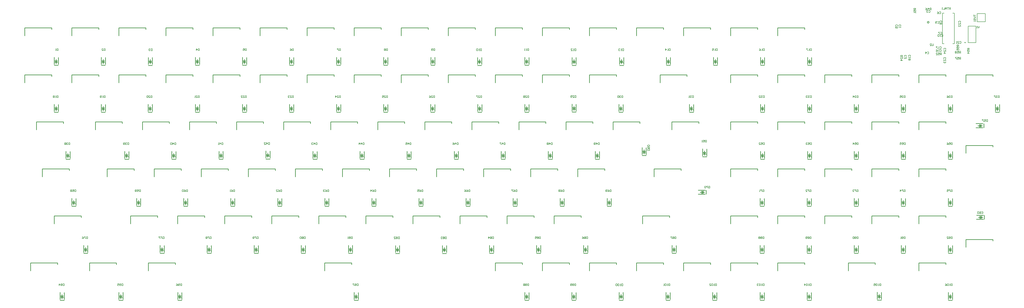
<source format=gbo>
G04*
G04 #@! TF.GenerationSoftware,Altium Limited,Altium Designer,18.1.7 (191)*
G04*
G04 Layer_Color=32896*
%FSLAX25Y25*%
%MOIN*%
G70*
G01*
G75*
%ADD10C,0.00500*%
%ADD11C,0.00984*%
%ADD12C,0.01000*%
%ADD13C,0.00787*%
%ADD14C,0.00600*%
D10*
X1537604Y469416D02*
X1550399D01*
Y482516D01*
X1537604D02*
X1550399D01*
X1537604Y469416D02*
Y482516D01*
X1482142Y434587D02*
Y483013D01*
X1501157Y434587D02*
Y483013D01*
X1482142Y434587D02*
X1484750D01*
X1498549D02*
X1501157D01*
X1498549Y483013D02*
X1501157D01*
X1482142D02*
X1484750D01*
D11*
X1518788Y436208D02*
G03*
X1518788Y436208I-492J0D01*
G01*
D12*
X1460964Y468600D02*
G03*
X1460964Y468600I-1414J0D01*
G01*
X1032087Y372200D02*
Y384700D01*
X1075000Y382200D02*
Y384700D01*
X1032087D02*
X1075000D01*
X1332087Y84700D02*
X1375000D01*
Y82200D02*
Y84700D01*
X1332087Y72200D02*
Y84700D01*
X69529Y402486D02*
Y404986D01*
X71529Y406986D01*
X67529D02*
X69529Y404986D01*
X67529Y406986D02*
X71529D01*
X69529D02*
Y409486D01*
X67529Y404486D02*
X72029D01*
X73079Y401386D02*
Y412586D01*
X66529Y399986D02*
X73029D01*
X66529Y401486D02*
Y412686D01*
X141529Y401486D02*
Y412686D01*
Y399986D02*
X148029D01*
X148079Y401386D02*
Y412586D01*
X142529Y404486D02*
X147029D01*
X144529Y406986D02*
Y409486D01*
X142529Y406986D02*
X146529D01*
X142529D02*
X144529Y404986D01*
X146529Y406986D01*
X144529Y402486D02*
Y404986D01*
X219400Y402400D02*
Y404900D01*
X221400Y406900D01*
X217400D02*
X219400Y404900D01*
X217400Y406900D02*
X221400D01*
X219400D02*
Y409400D01*
X217400Y404400D02*
X221900D01*
X222950Y401300D02*
Y412500D01*
X216400Y399900D02*
X222900D01*
X216400Y401400D02*
Y412600D01*
X291529Y401486D02*
Y412686D01*
Y399986D02*
X298029D01*
X298079Y401386D02*
Y412586D01*
X292529Y404486D02*
X297029D01*
X294529Y406986D02*
Y409486D01*
X292529Y406986D02*
X296529D01*
X292529D02*
X294529Y404986D01*
X296529Y406986D01*
X294529Y402486D02*
Y404986D01*
X369529Y402486D02*
Y404986D01*
X371529Y406986D01*
X367529D02*
X369529Y404986D01*
X367529Y406986D02*
X371529D01*
X369529D02*
Y409486D01*
X367529Y404486D02*
X372029D01*
X373079Y401386D02*
Y412586D01*
X366529Y399986D02*
X373029D01*
X366529Y401486D02*
Y412686D01*
X441529Y401486D02*
Y412686D01*
Y399986D02*
X448029D01*
X448079Y401386D02*
Y412586D01*
X442529Y404486D02*
X447029D01*
X444529Y406986D02*
Y409486D01*
X442529Y406986D02*
X446529D01*
X442529D02*
X444529Y404986D01*
X446529Y406986D01*
X444529Y402486D02*
Y404986D01*
X519529Y402486D02*
Y404986D01*
X521529Y406986D01*
X517529D02*
X519529Y404986D01*
X517529Y406986D02*
X521529D01*
X519529D02*
Y409486D01*
X517529Y404486D02*
X522029D01*
X523079Y401386D02*
Y412586D01*
X516529Y399986D02*
X523029D01*
X516529Y401486D02*
Y412686D01*
X591529Y401486D02*
Y412686D01*
Y399986D02*
X598029D01*
X598079Y401386D02*
Y412586D01*
X592529Y404486D02*
X597029D01*
X594529Y406986D02*
Y409486D01*
X592529Y406986D02*
X596529D01*
X592529D02*
X594529Y404986D01*
X596529Y406986D01*
X594529Y402486D02*
Y404986D01*
X669800Y402600D02*
Y405100D01*
X671800Y407100D01*
X667800D02*
X669800Y405100D01*
X667800Y407100D02*
X671800D01*
X669800D02*
Y409600D01*
X667800Y404600D02*
X672300D01*
X673350Y401500D02*
Y412700D01*
X666800Y400100D02*
X673300D01*
X666800Y401600D02*
Y412800D01*
X741200Y401400D02*
Y412600D01*
Y399900D02*
X747700D01*
X747750Y401300D02*
Y412500D01*
X742200Y404400D02*
X746700D01*
X744200Y406900D02*
Y409400D01*
X742200Y406900D02*
X746200D01*
X742200D02*
X744200Y404900D01*
X746200Y406900D01*
X744200Y402400D02*
Y404900D01*
X819529Y402486D02*
Y404986D01*
X821529Y406986D01*
X817529D02*
X819529Y404986D01*
X817529Y406986D02*
X821529D01*
X819529D02*
Y409486D01*
X817529Y404486D02*
X822029D01*
X823079Y401386D02*
Y412586D01*
X816529Y399986D02*
X823029D01*
X816529Y401486D02*
Y412686D01*
X891800Y401400D02*
Y412600D01*
Y399900D02*
X898300D01*
X898350Y401300D02*
Y412500D01*
X892800Y404400D02*
X897300D01*
X894800Y406900D02*
Y409400D01*
X892800Y406900D02*
X896800D01*
X892800D02*
X894800Y404900D01*
X896800Y406900D01*
X894800Y402400D02*
Y404900D01*
X970600Y402400D02*
Y404900D01*
X972600Y406900D01*
X968600D02*
X970600Y404900D01*
X968600Y406900D02*
X972600D01*
X970600D02*
Y409400D01*
X968600Y404400D02*
X973100D01*
X974150Y401300D02*
Y412500D01*
X967600Y399900D02*
X974100D01*
X967600Y401400D02*
Y412600D01*
X1042079Y401486D02*
Y412686D01*
Y399986D02*
X1048579D01*
X1048629Y401386D02*
Y412586D01*
X1043079Y404486D02*
X1047579D01*
X1045079Y406986D02*
Y409486D01*
X1043079Y406986D02*
X1047079D01*
X1043079D02*
X1045079Y404986D01*
X1047079Y406986D01*
X1045079Y402486D02*
Y404986D01*
X1120079Y402486D02*
Y404986D01*
X1122079Y406986D01*
X1118079D02*
X1120079Y404986D01*
X1118079Y406986D02*
X1122079D01*
X1120079D02*
Y409486D01*
X1118079Y404486D02*
X1122579D01*
X1123629Y401386D02*
Y412586D01*
X1117079Y399986D02*
X1123579D01*
X1117079Y401486D02*
Y412686D01*
X1192079Y401486D02*
Y412686D01*
Y399986D02*
X1198579D01*
X1198629Y401386D02*
Y412586D01*
X1193079Y404486D02*
X1197579D01*
X1195079Y406986D02*
Y409486D01*
X1193079Y406986D02*
X1197079D01*
X1193079D02*
X1195079Y404986D01*
X1197079Y406986D01*
X1195079Y402486D02*
Y404986D01*
X1270079Y402486D02*
Y404986D01*
X1272079Y406986D01*
X1268079D02*
X1270079Y404986D01*
X1268079Y406986D02*
X1272079D01*
X1270079D02*
Y409486D01*
X1268079Y404486D02*
X1272579D01*
X1273629Y401386D02*
Y412586D01*
X1267079Y399986D02*
X1273579D01*
X1267079Y401486D02*
Y412686D01*
X66529Y326486D02*
Y337686D01*
Y324986D02*
X73029D01*
X73079Y326386D02*
Y337586D01*
X67529Y329486D02*
X72029D01*
X69529Y331986D02*
Y334486D01*
X67529Y331986D02*
X71529D01*
X67529D02*
X69529Y329986D01*
X71529Y331986D01*
X69529Y327486D02*
Y329986D01*
X144529Y327486D02*
Y329986D01*
X146529Y331986D01*
X142529D02*
X144529Y329986D01*
X142529Y331986D02*
X146529D01*
X144529D02*
Y334486D01*
X142529Y329486D02*
X147029D01*
X148079Y326386D02*
Y337586D01*
X141529Y324986D02*
X148029D01*
X141529Y326486D02*
Y337686D01*
X216200Y326600D02*
Y337800D01*
Y325100D02*
X222700D01*
X222750Y326500D02*
Y337700D01*
X217200Y329600D02*
X221700D01*
X219200Y332100D02*
Y334600D01*
X217200Y332100D02*
X221200D01*
X217200D02*
X219200Y330100D01*
X221200Y332100D01*
X219200Y327600D02*
Y330100D01*
X294529Y327486D02*
Y329986D01*
X296529Y331986D01*
X292529D02*
X294529Y329986D01*
X292529Y331986D02*
X296529D01*
X294529D02*
Y334486D01*
X292529Y329486D02*
X297029D01*
X298079Y326386D02*
Y337586D01*
X291529Y324986D02*
X298029D01*
X291529Y326486D02*
Y337686D01*
X366529Y326486D02*
Y337686D01*
Y324986D02*
X373029D01*
X373079Y326386D02*
Y337586D01*
X367529Y329486D02*
X372029D01*
X369529Y331986D02*
Y334486D01*
X367529Y331986D02*
X371529D01*
X367529D02*
X369529Y329986D01*
X371529Y331986D01*
X369529Y327486D02*
Y329986D01*
X444529Y327486D02*
Y329986D01*
X446529Y331986D01*
X442529D02*
X444529Y329986D01*
X442529Y331986D02*
X446529D01*
X444529D02*
Y334486D01*
X442529Y329486D02*
X447029D01*
X448079Y326386D02*
Y337586D01*
X441529Y324986D02*
X448029D01*
X441529Y326486D02*
Y337686D01*
X516529Y326486D02*
Y337686D01*
Y324986D02*
X523029D01*
X523079Y326386D02*
Y337586D01*
X517529Y329486D02*
X522029D01*
X519529Y331986D02*
Y334486D01*
X517529Y331986D02*
X521529D01*
X517529D02*
X519529Y329986D01*
X521529Y331986D01*
X519529Y327486D02*
Y329986D01*
X594529Y327486D02*
Y329986D01*
X596529Y331986D01*
X592529D02*
X594529Y329986D01*
X592529Y331986D02*
X596529D01*
X594529D02*
Y334486D01*
X592529Y329486D02*
X597029D01*
X598079Y326386D02*
Y337586D01*
X591529Y324986D02*
X598029D01*
X591529Y326486D02*
Y337686D01*
X666529Y326486D02*
Y337686D01*
Y324986D02*
X673029D01*
X673079Y326386D02*
Y337586D01*
X667529Y329486D02*
X672029D01*
X669529Y331986D02*
Y334486D01*
X667529Y331986D02*
X671529D01*
X667529D02*
X669529Y329986D01*
X671529Y331986D01*
X669529Y327486D02*
Y329986D01*
X744529Y327486D02*
Y329986D01*
X746529Y331986D01*
X742529D02*
X744529Y329986D01*
X742529Y331986D02*
X746529D01*
X744529D02*
Y334486D01*
X742529Y329486D02*
X747029D01*
X748079Y326386D02*
Y337586D01*
X741529Y324986D02*
X748029D01*
X741529Y326486D02*
Y337686D01*
X816529Y326486D02*
Y337686D01*
Y324986D02*
X823029D01*
X823079Y326386D02*
Y337586D01*
X817529Y329486D02*
X822029D01*
X819529Y331986D02*
Y334486D01*
X817529Y331986D02*
X821529D01*
X817529D02*
X819529Y329986D01*
X821529Y331986D01*
X819529Y327486D02*
Y329986D01*
X894800Y327800D02*
Y330300D01*
X896800Y332300D01*
X892800D02*
X894800Y330300D01*
X892800Y332300D02*
X896800D01*
X894800D02*
Y334800D01*
X892800Y329800D02*
X897300D01*
X898350Y326700D02*
Y337900D01*
X891800Y325300D02*
X898300D01*
X891800Y326800D02*
Y338000D01*
X966529Y326486D02*
Y337686D01*
Y324986D02*
X973029D01*
X973079Y326386D02*
Y337586D01*
X967529Y329486D02*
X972029D01*
X969529Y331986D02*
Y334486D01*
X967529Y331986D02*
X971529D01*
X967529D02*
X969529Y329986D01*
X971529Y331986D01*
X969529Y327486D02*
Y329986D01*
X1082029Y327486D02*
Y329986D01*
X1084029Y331986D01*
X1080029D02*
X1082029Y329986D01*
X1080029Y331986D02*
X1084029D01*
X1082029D02*
Y334486D01*
X1080029Y329486D02*
X1084529D01*
X1085579Y326386D02*
Y337586D01*
X1079029Y324986D02*
X1085529D01*
X1079029Y326486D02*
Y337686D01*
X1192079Y326486D02*
Y337686D01*
Y324986D02*
X1198579D01*
X1198629Y326386D02*
Y337586D01*
X1193079Y329486D02*
X1197579D01*
X1195079Y331986D02*
Y334486D01*
X1193079Y331986D02*
X1197079D01*
X1193079D02*
X1195079Y329986D01*
X1197079Y331986D01*
X1195079Y327486D02*
Y329986D01*
X1270079Y327486D02*
Y329986D01*
X1272079Y331986D01*
X1268079D02*
X1270079Y329986D01*
X1268079Y331986D02*
X1272079D01*
X1270079D02*
Y334486D01*
X1268079Y329486D02*
X1272579D01*
X1273629Y326386D02*
Y337586D01*
X1267079Y324986D02*
X1273579D01*
X1267079Y326486D02*
Y337686D01*
X1341529Y326486D02*
Y337686D01*
Y324986D02*
X1348029D01*
X1348079Y326386D02*
Y337586D01*
X1342529Y329486D02*
X1347029D01*
X1344529Y331986D02*
Y334486D01*
X1342529Y331986D02*
X1346529D01*
X1342529D02*
X1344529Y329986D01*
X1346529Y331986D01*
X1344529Y327486D02*
Y329986D01*
X1419529Y327486D02*
Y329986D01*
X1421529Y331986D01*
X1417529D02*
X1419529Y329986D01*
X1417529Y331986D02*
X1421529D01*
X1419529D02*
Y334486D01*
X1417529Y329486D02*
X1422029D01*
X1423079Y326386D02*
Y337586D01*
X1416529Y324986D02*
X1423029D01*
X1416529Y326486D02*
Y337686D01*
X1491529Y326486D02*
Y337686D01*
Y324986D02*
X1498029D01*
X1498079Y326386D02*
Y337586D01*
X1492529Y329486D02*
X1497029D01*
X1494529Y331986D02*
Y334486D01*
X1492529Y331986D02*
X1496529D01*
X1492529D02*
X1494529Y329986D01*
X1496529Y331986D01*
X1494529Y327486D02*
Y329986D01*
X1569529Y327486D02*
Y329986D01*
X1571529Y331986D01*
X1567529D02*
X1569529Y329986D01*
X1567529Y331986D02*
X1571529D01*
X1569529D02*
Y334486D01*
X1567529Y329486D02*
X1572029D01*
X1573079Y326386D02*
Y337586D01*
X1566529Y324986D02*
X1573029D01*
X1566529Y326486D02*
Y337686D01*
X85279Y251486D02*
Y262686D01*
Y249986D02*
X91779D01*
X91829Y251386D02*
Y262586D01*
X86279Y254486D02*
X90779D01*
X88279Y256986D02*
Y259486D01*
X86279Y256986D02*
X90279D01*
X86279D02*
X88279Y254986D01*
X90279Y256986D01*
X88279Y252486D02*
Y254986D01*
X182029Y252486D02*
Y254986D01*
X184029Y256986D01*
X180029D02*
X182029Y254986D01*
X180029Y256986D02*
X184029D01*
X182029D02*
Y259486D01*
X180029Y254486D02*
X184529D01*
X185579Y251386D02*
Y262586D01*
X179029Y249986D02*
X185529D01*
X179029Y251486D02*
Y262686D01*
X254029Y251486D02*
Y262686D01*
Y249986D02*
X260529D01*
X260579Y251386D02*
Y262586D01*
X255029Y254486D02*
X259529D01*
X257029Y256986D02*
Y259486D01*
X255029Y256986D02*
X259029D01*
X255029D02*
X257029Y254986D01*
X259029Y256986D01*
X257029Y252486D02*
Y254986D01*
X332100Y252600D02*
Y255100D01*
X334100Y257100D01*
X330100D02*
X332100Y255100D01*
X330100Y257100D02*
X334100D01*
X332100D02*
Y259600D01*
X330100Y254600D02*
X334600D01*
X335650Y251500D02*
Y262700D01*
X329100Y250100D02*
X335600D01*
X329100Y251600D02*
Y262800D01*
X403900Y252100D02*
Y263300D01*
Y250600D02*
X410400D01*
X410450Y252000D02*
Y263200D01*
X404900Y255100D02*
X409400D01*
X406900Y257600D02*
Y260100D01*
X404900Y257600D02*
X408900D01*
X404900D02*
X406900Y255600D01*
X408900Y257600D01*
X406900Y253100D02*
Y255600D01*
X482029Y252486D02*
Y254986D01*
X484029Y256986D01*
X480029D02*
X482029Y254986D01*
X480029Y256986D02*
X484029D01*
X482029D02*
Y259486D01*
X480029Y254486D02*
X484529D01*
X485579Y251386D02*
Y262586D01*
X479029Y249986D02*
X485529D01*
X479029Y251486D02*
Y262686D01*
X554029Y251486D02*
Y262686D01*
Y249986D02*
X560529D01*
X560579Y251386D02*
Y262586D01*
X555029Y254486D02*
X559529D01*
X557029Y256986D02*
Y259486D01*
X555029Y256986D02*
X559029D01*
X555029D02*
X557029Y254986D01*
X559029Y256986D01*
X557029Y252486D02*
Y254986D01*
X631800Y252500D02*
Y255000D01*
X633800Y257000D01*
X629800D02*
X631800Y255000D01*
X629800Y257000D02*
X633800D01*
X631800D02*
Y259500D01*
X629800Y254500D02*
X634300D01*
X635350Y251400D02*
Y262600D01*
X628800Y250000D02*
X635300D01*
X628800Y251500D02*
Y262700D01*
X704100Y251600D02*
Y262800D01*
Y250100D02*
X710600D01*
X710650Y251500D02*
Y262700D01*
X705100Y254600D02*
X709600D01*
X707100Y257100D02*
Y259600D01*
X705100Y257100D02*
X709100D01*
X705100D02*
X707100Y255100D01*
X709100Y257100D01*
X707100Y252600D02*
Y255100D01*
X781800Y252600D02*
Y255100D01*
X783800Y257100D01*
X779800D02*
X781800Y255100D01*
X779800Y257100D02*
X783800D01*
X781800D02*
Y259600D01*
X779800Y254600D02*
X784300D01*
X785350Y251500D02*
Y262700D01*
X778800Y250100D02*
X785300D01*
X778800Y251600D02*
Y262800D01*
X854000Y251500D02*
Y262700D01*
Y250000D02*
X860500D01*
X860550Y251400D02*
Y262600D01*
X855000Y254500D02*
X859500D01*
X857000Y257000D02*
Y259500D01*
X855000Y257000D02*
X859000D01*
X855000D02*
X857000Y255000D01*
X859000Y257000D01*
X857000Y252500D02*
Y255000D01*
X932029Y252486D02*
Y254986D01*
X934029Y256986D01*
X930029D02*
X932029Y254986D01*
X930029Y256986D02*
X934029D01*
X932029D02*
Y259486D01*
X930029Y254486D02*
X934529D01*
X935579Y251386D02*
Y262586D01*
X929029Y249986D02*
X935529D01*
X929029Y251486D02*
Y262686D01*
X1003400Y257500D02*
Y268700D01*
Y256000D02*
X1009900D01*
X1009950Y257400D02*
Y268600D01*
X1004400Y260500D02*
X1008900D01*
X1006400Y263000D02*
Y265500D01*
X1004400Y263000D02*
X1008400D01*
X1004400D02*
X1006400Y261000D01*
X1008400Y263000D01*
X1006400Y258500D02*
Y261000D01*
X1102900Y256500D02*
Y259000D01*
X1104900Y261000D01*
X1100900D02*
X1102900Y259000D01*
X1100900Y261000D02*
X1104900D01*
X1102900D02*
Y263500D01*
X1100900Y258500D02*
X1105400D01*
X1106450Y255400D02*
Y266600D01*
X1099900Y254000D02*
X1106400D01*
X1099900Y255500D02*
Y266700D01*
X1192079Y251486D02*
Y262686D01*
Y249986D02*
X1198579D01*
X1198629Y251386D02*
Y262586D01*
X1193079Y254486D02*
X1197579D01*
X1195079Y256986D02*
Y259486D01*
X1193079Y256986D02*
X1197079D01*
X1193079D02*
X1195079Y254986D01*
X1197079Y256986D01*
X1195079Y252486D02*
Y254986D01*
X1270079Y252486D02*
Y254986D01*
X1272079Y256986D01*
X1268079D02*
X1270079Y254986D01*
X1268079Y256986D02*
X1272079D01*
X1270079D02*
Y259486D01*
X1268079Y254486D02*
X1272579D01*
X1273629Y251386D02*
Y262586D01*
X1267079Y249986D02*
X1273579D01*
X1267079Y251486D02*
Y262686D01*
X1341529Y251486D02*
Y262686D01*
Y249986D02*
X1348029D01*
X1348079Y251386D02*
Y262586D01*
X1342529Y254486D02*
X1347029D01*
X1344529Y256986D02*
Y259486D01*
X1342529Y256986D02*
X1346529D01*
X1342529D02*
X1344529Y254986D01*
X1346529Y256986D01*
X1344529Y252486D02*
Y254986D01*
X1419600Y252600D02*
Y255100D01*
X1421600Y257100D01*
X1417600D02*
X1419600Y255100D01*
X1417600Y257100D02*
X1421600D01*
X1419600D02*
Y259600D01*
X1417600Y254600D02*
X1422100D01*
X1423150Y251500D02*
Y262700D01*
X1416600Y250100D02*
X1423100D01*
X1416600Y251600D02*
Y262800D01*
X1491529Y251486D02*
Y262686D01*
Y249986D02*
X1498029D01*
X1498079Y251386D02*
Y262586D01*
X1492529Y254486D02*
X1497029D01*
X1494529Y256986D02*
Y259486D01*
X1492529Y256986D02*
X1496529D01*
X1492529D02*
X1494529Y254986D01*
X1496529Y256986D01*
X1494529Y252486D02*
Y254986D01*
X1543100Y303400D02*
X1545600D01*
X1541100Y305400D02*
X1543100Y303400D01*
X1541100Y301400D02*
X1543100Y303400D01*
X1541100Y301400D02*
Y305400D01*
X1538600Y303400D02*
X1541100D01*
X1543600Y301400D02*
Y305900D01*
X1535500Y306950D02*
X1546700D01*
X1548100Y300400D02*
Y306900D01*
X1535400Y300400D02*
X1546600D01*
X94654Y176486D02*
Y187686D01*
Y174986D02*
X101154D01*
X101204Y176386D02*
Y187586D01*
X95654Y179486D02*
X100154D01*
X97654Y181986D02*
Y184486D01*
X95654Y181986D02*
X99654D01*
X95654D02*
X97654Y179986D01*
X99654Y181986D01*
X97654Y177486D02*
Y179986D01*
X200779Y177486D02*
Y179986D01*
X202779Y181986D01*
X198779D02*
X200779Y179986D01*
X198779Y181986D02*
X202779D01*
X200779D02*
Y184486D01*
X198779Y179486D02*
X203279D01*
X204329Y176386D02*
Y187586D01*
X197779Y174986D02*
X204279D01*
X197779Y176486D02*
Y187686D01*
X272779Y176486D02*
Y187686D01*
Y174986D02*
X279279D01*
X279329Y176386D02*
Y187586D01*
X273779Y179486D02*
X278279D01*
X275779Y181986D02*
Y184486D01*
X273779Y181986D02*
X277779D01*
X273779D02*
X275779Y179986D01*
X277779Y181986D01*
X275779Y177486D02*
Y179986D01*
X350779Y177486D02*
Y179986D01*
X352779Y181986D01*
X348779D02*
X350779Y179986D01*
X348779Y181986D02*
X352779D01*
X350779D02*
Y184486D01*
X348779Y179486D02*
X353279D01*
X354329Y176386D02*
Y187586D01*
X347779Y174986D02*
X354279D01*
X347779Y176486D02*
Y187686D01*
X422779Y176486D02*
Y187686D01*
Y174986D02*
X429279D01*
X429329Y176386D02*
Y187586D01*
X423779Y179486D02*
X428279D01*
X425779Y181986D02*
Y184486D01*
X423779Y181986D02*
X427779D01*
X423779D02*
X425779Y179986D01*
X427779Y181986D01*
X425779Y177486D02*
Y179986D01*
X500779Y177486D02*
Y179986D01*
X502779Y181986D01*
X498779D02*
X500779Y179986D01*
X498779Y181986D02*
X502779D01*
X500779D02*
Y184486D01*
X498779Y179486D02*
X503279D01*
X504329Y176386D02*
Y187586D01*
X497779Y174986D02*
X504279D01*
X497779Y176486D02*
Y187686D01*
X572779Y176486D02*
Y187686D01*
Y174986D02*
X579279D01*
X579329Y176386D02*
Y187586D01*
X573779Y179486D02*
X578279D01*
X575779Y181986D02*
Y184486D01*
X573779Y181986D02*
X577779D01*
X573779D02*
X575779Y179986D01*
X577779Y181986D01*
X575779Y177486D02*
Y179986D01*
X650779Y177486D02*
Y179986D01*
X652779Y181986D01*
X648779D02*
X650779Y179986D01*
X648779Y181986D02*
X652779D01*
X650779D02*
Y184486D01*
X648779Y179486D02*
X653279D01*
X654329Y176386D02*
Y187586D01*
X647779Y174986D02*
X654279D01*
X647779Y176486D02*
Y187686D01*
X722779Y176486D02*
Y187686D01*
Y174986D02*
X729279D01*
X729329Y176386D02*
Y187586D01*
X723779Y179486D02*
X728279D01*
X725779Y181986D02*
Y184486D01*
X723779Y181986D02*
X727779D01*
X723779D02*
X725779Y179986D01*
X727779Y181986D01*
X725779Y177486D02*
Y179986D01*
X800779Y177486D02*
Y179986D01*
X802779Y181986D01*
X798779D02*
X800779Y179986D01*
X798779Y181986D02*
X802779D01*
X800779D02*
Y184486D01*
X798779Y179486D02*
X803279D01*
X804329Y176386D02*
Y187586D01*
X797779Y174986D02*
X804279D01*
X797779Y176486D02*
Y187686D01*
X872779Y176486D02*
Y187686D01*
Y174986D02*
X879279D01*
X879329Y176386D02*
Y187586D01*
X873779Y179486D02*
X878279D01*
X875779Y181986D02*
Y184486D01*
X873779Y181986D02*
X877779D01*
X873779D02*
X875779Y179986D01*
X877779Y181986D01*
X875779Y177486D02*
Y179986D01*
X950779Y177486D02*
Y179986D01*
X952779Y181986D01*
X948779D02*
X950779Y179986D01*
X948779Y181986D02*
X952779D01*
X950779D02*
Y184486D01*
X948779Y179486D02*
X953279D01*
X954329Y176386D02*
Y187586D01*
X947779Y174986D02*
X954279D01*
X947779Y176486D02*
Y187686D01*
X1092800Y194300D02*
X1104000D01*
X1105500D02*
Y200800D01*
X1092900Y200850D02*
X1104100D01*
X1101000Y195300D02*
Y199800D01*
X1096000Y197300D02*
X1098500D01*
Y195300D02*
Y199300D01*
Y195300D02*
X1100500Y197300D01*
X1098500Y199300D02*
X1100500Y197300D01*
X1103000D01*
X1194529Y177486D02*
Y179986D01*
X1196529Y181986D01*
X1192529D02*
X1194529Y179986D01*
X1192529Y181986D02*
X1196529D01*
X1194529D02*
Y184486D01*
X1192529Y179486D02*
X1197029D01*
X1198079Y176386D02*
Y187586D01*
X1191529Y174986D02*
X1198029D01*
X1191529Y176486D02*
Y187686D01*
X1266529Y176486D02*
Y187686D01*
Y174986D02*
X1273029D01*
X1273079Y176386D02*
Y187586D01*
X1267529Y179486D02*
X1272029D01*
X1269529Y181986D02*
Y184486D01*
X1267529Y181986D02*
X1271529D01*
X1267529D02*
X1269529Y179986D01*
X1271529Y181986D01*
X1269529Y177486D02*
Y179986D01*
X1344529Y177486D02*
Y179986D01*
X1346529Y181986D01*
X1342529D02*
X1344529Y179986D01*
X1342529Y181986D02*
X1346529D01*
X1344529D02*
Y184486D01*
X1342529Y179486D02*
X1347029D01*
X1348079Y176386D02*
Y187586D01*
X1341529Y174986D02*
X1348029D01*
X1341529Y176486D02*
Y187686D01*
X1416529Y176486D02*
Y187686D01*
Y174986D02*
X1423029D01*
X1423079Y176386D02*
Y187586D01*
X1417529Y179486D02*
X1422029D01*
X1419529Y181986D02*
Y184486D01*
X1417529Y181986D02*
X1421529D01*
X1417529D02*
X1419529Y179986D01*
X1421529Y181986D01*
X1419529Y177486D02*
Y179986D01*
X1494529Y177486D02*
Y179986D01*
X1496529Y181986D01*
X1492529D02*
X1494529Y179986D01*
X1492529Y181986D02*
X1496529D01*
X1494529D02*
Y184486D01*
X1492529Y179486D02*
X1497029D01*
X1498079Y176386D02*
Y187586D01*
X1491529Y174986D02*
X1498029D01*
X1491529Y176486D02*
Y187686D01*
X113443Y101486D02*
Y112686D01*
Y99986D02*
X119942D01*
X119992Y101386D02*
Y112586D01*
X114443Y104486D02*
X118942D01*
X116443Y106986D02*
Y109486D01*
X114443Y106986D02*
X118442D01*
X114443D02*
X116443Y104986D01*
X118442Y106986D01*
X116443Y102486D02*
Y104986D01*
X238329Y102486D02*
Y104986D01*
X240329Y106986D01*
X236329D02*
X238329Y104986D01*
X236329Y106986D02*
X240329D01*
X238329D02*
Y109486D01*
X236329Y104486D02*
X240829D01*
X241879Y101386D02*
Y112586D01*
X235329Y99986D02*
X241829D01*
X235329Y101486D02*
Y112686D01*
X310329Y101486D02*
Y112686D01*
Y99986D02*
X316829D01*
X316879Y101386D02*
Y112586D01*
X311329Y104486D02*
X315829D01*
X313329Y106986D02*
Y109486D01*
X311329Y106986D02*
X315329D01*
X311329D02*
X313329Y104986D01*
X315329Y106986D01*
X313329Y102486D02*
Y104986D01*
X388329Y102486D02*
Y104986D01*
X390329Y106986D01*
X386329D02*
X388329Y104986D01*
X386329Y106986D02*
X390329D01*
X388329D02*
Y109486D01*
X386329Y104486D02*
X390829D01*
X391879Y101386D02*
Y112586D01*
X385329Y99986D02*
X391829D01*
X385329Y101486D02*
Y112686D01*
X460329Y101486D02*
Y112686D01*
Y99986D02*
X466829D01*
X466879Y101386D02*
Y112586D01*
X461329Y104486D02*
X465829D01*
X463329Y106986D02*
Y109486D01*
X461329Y106986D02*
X465329D01*
X461329D02*
X463329Y104986D01*
X465329Y106986D01*
X463329Y102486D02*
Y104986D01*
X538400Y102600D02*
Y105100D01*
X540400Y107100D01*
X536400D02*
X538400Y105100D01*
X536400Y107100D02*
X540400D01*
X538400D02*
Y109600D01*
X536400Y104600D02*
X540900D01*
X541950Y101500D02*
Y112700D01*
X535400Y100100D02*
X541900D01*
X535400Y101600D02*
Y112800D01*
X610500Y101400D02*
Y112600D01*
Y99900D02*
X617000D01*
X617050Y101300D02*
Y112500D01*
X611500Y104400D02*
X616000D01*
X613500Y106900D02*
Y109400D01*
X611500Y106900D02*
X615500D01*
X611500D02*
X613500Y104900D01*
X615500Y106900D01*
X613500Y102400D02*
Y104900D01*
X688200Y102400D02*
Y104900D01*
X690200Y106900D01*
X686200D02*
X688200Y104900D01*
X686200Y106900D02*
X690200D01*
X688200D02*
Y109400D01*
X686200Y104400D02*
X690700D01*
X691750Y101300D02*
Y112500D01*
X685200Y99900D02*
X691700D01*
X685200Y101400D02*
Y112600D01*
X760329Y101486D02*
Y112686D01*
Y99986D02*
X766829D01*
X766879Y101386D02*
Y112586D01*
X761329Y104486D02*
X765829D01*
X763329Y106986D02*
Y109486D01*
X761329Y106986D02*
X765329D01*
X761329D02*
X763329Y104986D01*
X765329Y106986D01*
X763329Y102486D02*
Y104986D01*
X838300Y102600D02*
Y105100D01*
X840300Y107100D01*
X836300D02*
X838300Y105100D01*
X836300Y107100D02*
X840300D01*
X838300D02*
Y109600D01*
X836300Y104600D02*
X840800D01*
X841850Y101500D02*
Y112700D01*
X835300Y100100D02*
X841800D01*
X835300Y101600D02*
Y112800D01*
X910329Y101486D02*
Y112686D01*
Y99986D02*
X916829D01*
X916879Y101386D02*
Y112586D01*
X911329Y104486D02*
X915829D01*
X913329Y106986D02*
Y109486D01*
X911329Y106986D02*
X915329D01*
X911329D02*
X913329Y104986D01*
X915329Y106986D01*
X913329Y102486D02*
Y104986D01*
X1054179Y102486D02*
Y104986D01*
X1056179Y106986D01*
X1052179D02*
X1054179Y104986D01*
X1052179Y106986D02*
X1056179D01*
X1054179D02*
Y109486D01*
X1052179Y104486D02*
X1056679D01*
X1057729Y101386D02*
Y112586D01*
X1051179Y99986D02*
X1057679D01*
X1051179Y101486D02*
Y112686D01*
X1191500Y101600D02*
Y112800D01*
Y100100D02*
X1198000D01*
X1198050Y101500D02*
Y112700D01*
X1192500Y104600D02*
X1197000D01*
X1194500Y107100D02*
Y109600D01*
X1192500Y107100D02*
X1196500D01*
X1192500D02*
X1194500Y105100D01*
X1196500Y107100D01*
X1194500Y102600D02*
Y105100D01*
X1269529Y102486D02*
Y104986D01*
X1271529Y106986D01*
X1267529D02*
X1269529Y104986D01*
X1267529Y106986D02*
X1271529D01*
X1269529D02*
Y109486D01*
X1267529Y104486D02*
X1272029D01*
X1273079Y101386D02*
Y112586D01*
X1266529Y99986D02*
X1273029D01*
X1266529Y101486D02*
Y112686D01*
X1341529Y101486D02*
Y112686D01*
Y99986D02*
X1348029D01*
X1348079Y101386D02*
Y112586D01*
X1342529Y104486D02*
X1347029D01*
X1344529Y106986D02*
Y109486D01*
X1342529Y106986D02*
X1346529D01*
X1342529D02*
X1344529Y104986D01*
X1346529Y106986D01*
X1344529Y102486D02*
Y104986D01*
X1419529Y102486D02*
Y104986D01*
X1421529Y106986D01*
X1417529D02*
X1419529Y104986D01*
X1417529Y106986D02*
X1421529D01*
X1419529D02*
Y109486D01*
X1417529Y104486D02*
X1422029D01*
X1423079Y101386D02*
Y112586D01*
X1416529Y99986D02*
X1423029D01*
X1416529Y101486D02*
Y112686D01*
X1491529Y101486D02*
Y112686D01*
Y99986D02*
X1498029D01*
X1498079Y101386D02*
Y112586D01*
X1492529Y104486D02*
X1497029D01*
X1494529Y106986D02*
Y109486D01*
X1492529Y106986D02*
X1496529D01*
X1492529D02*
X1494529Y104986D01*
X1496529Y106986D01*
X1494529Y102486D02*
Y104986D01*
X1544000Y157300D02*
X1546500D01*
X1542000Y159300D02*
X1544000Y157300D01*
X1542000Y155300D02*
X1544000Y157300D01*
X1542000Y155300D02*
Y159300D01*
X1539500Y157300D02*
X1542000D01*
X1544500Y155300D02*
Y159800D01*
X1536400Y160850D02*
X1547600D01*
X1549000Y154300D02*
Y160800D01*
X1536300Y154300D02*
X1547500D01*
X75941Y26486D02*
Y37686D01*
Y24986D02*
X82442D01*
X82491Y26386D02*
Y37586D01*
X76942Y29486D02*
X81441D01*
X78942Y31986D02*
Y34486D01*
X76942Y31986D02*
X80941D01*
X76942D02*
X78942Y29986D01*
X80941Y31986D01*
X78942Y27486D02*
Y29986D01*
X172700Y27600D02*
Y30100D01*
X174700Y32100D01*
X170700D02*
X172700Y30100D01*
X170700Y32100D02*
X174700D01*
X172700D02*
Y34600D01*
X170700Y29600D02*
X175200D01*
X176250Y26500D02*
Y37700D01*
X169700Y25100D02*
X176200D01*
X169700Y26600D02*
Y37800D01*
X263441Y26486D02*
Y37686D01*
Y24986D02*
X269941D01*
X269991Y26386D02*
Y37586D01*
X264441Y29486D02*
X268941D01*
X266441Y31986D02*
Y34486D01*
X264441Y31986D02*
X268442D01*
X264441D02*
X266441Y29986D01*
X268442Y31986D01*
X266441Y27486D02*
Y29986D01*
X547654Y27486D02*
Y29986D01*
X549654Y31986D01*
X545654D02*
X547654Y29986D01*
X545654Y31986D02*
X549654D01*
X547654D02*
Y34486D01*
X545654Y29486D02*
X550154D01*
X551204Y26386D02*
Y37586D01*
X544654Y24986D02*
X551154D01*
X544654Y26486D02*
Y37686D01*
X816529Y26486D02*
Y37686D01*
Y24986D02*
X823029D01*
X823079Y26386D02*
Y37586D01*
X817529Y29486D02*
X822029D01*
X819529Y31986D02*
Y34486D01*
X817529Y31986D02*
X821529D01*
X817529D02*
X819529Y29986D01*
X821529Y31986D01*
X819529Y27486D02*
Y29986D01*
X894529Y27486D02*
Y29986D01*
X896529Y31986D01*
X892529D02*
X894529Y29986D01*
X892529Y31986D02*
X896529D01*
X894529D02*
Y34486D01*
X892529Y29486D02*
X897029D01*
X898079Y26386D02*
Y37586D01*
X891529Y24986D02*
X898029D01*
X891529Y26486D02*
Y37686D01*
X966800Y26700D02*
Y37900D01*
Y25200D02*
X973300D01*
X973350Y26600D02*
Y37800D01*
X967800Y29700D02*
X972300D01*
X969800Y32200D02*
Y34700D01*
X967800Y32200D02*
X971800D01*
X967800D02*
X969800Y30200D01*
X971800Y32200D01*
X969800Y27700D02*
Y30200D01*
X1044529Y27486D02*
Y29986D01*
X1046529Y31986D01*
X1042529D02*
X1044529Y29986D01*
X1042529Y31986D02*
X1046529D01*
X1044529D02*
Y34486D01*
X1042529Y29486D02*
X1047029D01*
X1048079Y26386D02*
Y37586D01*
X1041529Y24986D02*
X1048029D01*
X1041529Y26486D02*
Y37686D01*
X1115900Y26500D02*
Y37700D01*
Y25000D02*
X1122400D01*
X1122450Y26400D02*
Y37600D01*
X1116900Y29500D02*
X1121400D01*
X1118900Y32000D02*
Y34500D01*
X1116900Y32000D02*
X1120900D01*
X1116900D02*
X1118900Y30000D01*
X1120900Y32000D01*
X1118900Y27500D02*
Y30000D01*
X1194600Y27500D02*
Y30000D01*
X1196600Y32000D01*
X1192600D02*
X1194600Y30000D01*
X1192600Y32000D02*
X1196600D01*
X1194600D02*
Y34500D01*
X1192600Y29500D02*
X1197100D01*
X1198150Y26400D02*
Y37600D01*
X1191600Y25000D02*
X1198100D01*
X1191600Y26500D02*
Y37700D01*
X1266600Y26500D02*
Y37700D01*
Y25000D02*
X1273100D01*
X1273150Y26400D02*
Y37600D01*
X1267600Y29500D02*
X1272100D01*
X1269600Y32000D02*
Y34500D01*
X1267600Y32000D02*
X1271600D01*
X1267600D02*
X1269600Y30000D01*
X1271600Y32000D01*
X1269600Y27500D02*
Y30000D01*
X1381300Y27800D02*
Y30300D01*
X1383300Y32300D01*
X1379300D02*
X1381300Y30300D01*
X1379300Y32300D02*
X1383300D01*
X1381300D02*
Y34800D01*
X1379300Y29800D02*
X1383800D01*
X1384850Y26700D02*
Y37900D01*
X1378300Y25300D02*
X1384800D01*
X1378300Y26800D02*
Y38000D01*
X1491529Y26486D02*
Y37686D01*
Y24986D02*
X1498029D01*
X1498079Y26386D02*
Y37586D01*
X1492529Y29486D02*
X1497029D01*
X1494529Y31986D02*
Y34486D01*
X1492529Y31986D02*
X1496529D01*
X1492529D02*
X1494529Y29986D01*
X1496529Y31986D01*
X1494529Y27486D02*
Y29986D01*
X1004237Y159700D02*
X1047150D01*
Y157200D02*
Y159700D01*
X1004237Y147200D02*
Y159700D01*
X497712Y72200D02*
Y84700D01*
X540625Y82200D02*
Y84700D01*
X497712D02*
X540625D01*
X1519587Y259700D02*
Y272200D01*
X1562500Y269700D02*
Y272200D01*
X1519587D02*
X1562500D01*
X1519587Y109700D02*
Y122200D01*
X1562500Y119700D02*
Y122200D01*
X1519587D02*
X1562500D01*
X1022712Y222200D02*
Y234700D01*
X1065625Y232200D02*
Y234700D01*
X1022712D02*
X1065625D01*
X66500Y147200D02*
Y159700D01*
X109414Y157200D02*
Y159700D01*
X66500D02*
X109414D01*
X47712Y234700D02*
X90625D01*
Y232200D02*
Y234700D01*
X47712Y222200D02*
Y234700D01*
X38337Y309700D02*
X81250D01*
Y307200D02*
Y309700D01*
X38337Y297200D02*
Y309700D01*
X1050837D02*
X1093750D01*
Y307200D02*
Y309700D01*
X1050837Y297200D02*
Y309700D01*
X28999Y84700D02*
X71913D01*
Y82200D02*
Y84700D01*
X28999Y72200D02*
Y84700D01*
X122749Y72200D02*
Y84700D01*
X165663Y82200D02*
Y84700D01*
X122749D02*
X165663D01*
X216499D02*
X259413D01*
Y82200D02*
Y84700D01*
X216499Y72200D02*
Y84700D01*
X19587Y459700D02*
X62500D01*
Y457200D02*
Y459700D01*
X19587Y447200D02*
Y459700D01*
X94587D02*
X137500D01*
Y457200D02*
Y459700D01*
X94587Y447200D02*
Y459700D01*
X169587D02*
X212500D01*
Y457200D02*
Y459700D01*
X169587Y447200D02*
Y459700D01*
X244587D02*
X287500D01*
Y457200D02*
Y459700D01*
X244587Y447200D02*
Y459700D01*
X319587D02*
X362500D01*
Y457200D02*
Y459700D01*
X319587Y447200D02*
Y459700D01*
X394587D02*
X437500D01*
Y457200D02*
Y459700D01*
X394587Y447200D02*
Y459700D01*
X469587D02*
X512500D01*
Y457200D02*
Y459700D01*
X469587Y447200D02*
Y459700D01*
X544587D02*
X587500D01*
Y457200D02*
Y459700D01*
X544587Y447200D02*
Y459700D01*
X619587D02*
X662500D01*
Y457200D02*
Y459700D01*
X619587Y447200D02*
Y459700D01*
X694587D02*
X737500D01*
Y457200D02*
Y459700D01*
X694587Y447200D02*
Y459700D01*
X769587D02*
X812500D01*
Y457200D02*
Y459700D01*
X769587Y447200D02*
Y459700D01*
X844587D02*
X887500D01*
Y457200D02*
Y459700D01*
X844587Y447200D02*
Y459700D01*
X919587D02*
X962500D01*
Y457200D02*
Y459700D01*
X919587Y447200D02*
Y459700D01*
X994587D02*
X1037500D01*
Y457200D02*
Y459700D01*
X994587Y447200D02*
Y459700D01*
X1069587D02*
X1112500D01*
Y457200D02*
Y459700D01*
X1069587Y447200D02*
Y459700D01*
X1144587D02*
X1187500D01*
Y457200D02*
Y459700D01*
X1144587Y447200D02*
Y459700D01*
X1219587D02*
X1262500D01*
Y457200D02*
Y459700D01*
X1219587Y447200D02*
Y459700D01*
X19587Y384700D02*
X62500D01*
Y382200D02*
Y384700D01*
X19587Y372200D02*
Y384700D01*
X94587D02*
X137500D01*
Y382200D02*
Y384700D01*
X94587Y372200D02*
Y384700D01*
X169587D02*
X212500D01*
Y382200D02*
Y384700D01*
X169587Y372200D02*
Y384700D01*
X244587D02*
X287500D01*
Y382200D02*
Y384700D01*
X244587Y372200D02*
Y384700D01*
X319587D02*
X362500D01*
Y382200D02*
Y384700D01*
X319587Y372200D02*
Y384700D01*
X394587D02*
X437500D01*
Y382200D02*
Y384700D01*
X394587Y372200D02*
Y384700D01*
X469587D02*
X512500D01*
Y382200D02*
Y384700D01*
X469587Y372200D02*
Y384700D01*
X544587D02*
X587500D01*
Y382200D02*
Y384700D01*
X544587Y372200D02*
Y384700D01*
X619587D02*
X662500D01*
Y382200D02*
Y384700D01*
X619587Y372200D02*
Y384700D01*
X694587D02*
X737500D01*
Y382200D02*
Y384700D01*
X694587Y372200D02*
Y384700D01*
X769587D02*
X812500D01*
Y382200D02*
Y384700D01*
X769587Y372200D02*
Y384700D01*
X844587D02*
X887500D01*
Y382200D02*
Y384700D01*
X844587Y372200D02*
Y384700D01*
X919587D02*
X962500D01*
Y382200D02*
Y384700D01*
X919587Y372200D02*
Y384700D01*
X1144587D02*
X1187500D01*
Y382200D02*
Y384700D01*
X1144587Y372200D02*
Y384700D01*
X1219587D02*
X1262500D01*
Y382200D02*
Y384700D01*
X1219587Y372200D02*
Y384700D01*
X1294587D02*
X1337500D01*
Y382200D02*
Y384700D01*
X1294587Y372200D02*
Y384700D01*
X1369587D02*
X1412500D01*
Y382200D02*
Y384700D01*
X1369587Y372200D02*
Y384700D01*
X1444587D02*
X1487500D01*
Y382200D02*
Y384700D01*
X1444587Y372200D02*
Y384700D01*
X1519587D02*
X1562500D01*
Y382200D02*
Y384700D01*
X1519587Y372200D02*
Y384700D01*
X132087Y309700D02*
X175000D01*
Y307200D02*
Y309700D01*
X132087Y297200D02*
Y309700D01*
X207087D02*
X250000D01*
Y307200D02*
Y309700D01*
X207087Y297200D02*
Y309700D01*
X282087D02*
X325000D01*
Y307200D02*
Y309700D01*
X282087Y297200D02*
Y309700D01*
X357087D02*
X400000D01*
Y307200D02*
Y309700D01*
X357087Y297200D02*
Y309700D01*
X432087D02*
X475000D01*
Y307200D02*
Y309700D01*
X432087Y297200D02*
Y309700D01*
X507087D02*
X550000D01*
Y307200D02*
Y309700D01*
X507087Y297200D02*
Y309700D01*
X582087D02*
X625000D01*
Y307200D02*
Y309700D01*
X582087Y297200D02*
Y309700D01*
X657087D02*
X700000D01*
Y307200D02*
Y309700D01*
X657087Y297200D02*
Y309700D01*
X732087D02*
X775000D01*
Y307200D02*
Y309700D01*
X732087Y297200D02*
Y309700D01*
X807087D02*
X850000D01*
Y307200D02*
Y309700D01*
X807087Y297200D02*
Y309700D01*
X882087D02*
X925000D01*
Y307200D02*
Y309700D01*
X882087Y297200D02*
Y309700D01*
X957087D02*
X1000000D01*
Y307200D02*
Y309700D01*
X957087Y297200D02*
Y309700D01*
X1144587D02*
X1187500D01*
Y307200D02*
Y309700D01*
X1144587Y297200D02*
Y309700D01*
X1219587D02*
X1262500D01*
Y307200D02*
Y309700D01*
X1219587Y297200D02*
Y309700D01*
X1294587D02*
X1337500D01*
Y307200D02*
Y309700D01*
X1294587Y297200D02*
Y309700D01*
X1369587D02*
X1412500D01*
Y307200D02*
Y309700D01*
X1369587Y297200D02*
Y309700D01*
X1444587D02*
X1487500D01*
Y307200D02*
Y309700D01*
X1444587Y297200D02*
Y309700D01*
X150837Y234700D02*
X193750D01*
Y232200D02*
Y234700D01*
X150837Y222200D02*
Y234700D01*
X225837D02*
X268750D01*
Y232200D02*
Y234700D01*
X225837Y222200D02*
Y234700D01*
X450837D02*
X493750D01*
Y232200D02*
Y234700D01*
X450837Y222200D02*
Y234700D01*
X525837D02*
X568750D01*
Y232200D02*
Y234700D01*
X525837Y222200D02*
Y234700D01*
X600837D02*
X643750D01*
Y232200D02*
Y234700D01*
X600837Y222200D02*
Y234700D01*
X675837D02*
X718750D01*
Y232200D02*
Y234700D01*
X675837Y222200D02*
Y234700D01*
X750837D02*
X793750D01*
Y232200D02*
Y234700D01*
X750837Y222200D02*
Y234700D01*
X825837D02*
X868750D01*
Y232200D02*
Y234700D01*
X825837Y222200D02*
Y234700D01*
X900837D02*
X943750D01*
Y232200D02*
Y234700D01*
X900837Y222200D02*
Y234700D01*
X1144587D02*
X1187500D01*
Y232200D02*
Y234700D01*
X1144587Y222200D02*
Y234700D01*
X1219587D02*
X1262500D01*
Y232200D02*
Y234700D01*
X1219587Y222200D02*
Y234700D01*
X1294587D02*
X1337500D01*
Y232200D02*
Y234700D01*
X1294587Y222200D02*
Y234700D01*
X1369587D02*
X1412500D01*
Y232200D02*
Y234700D01*
X1369587Y222200D02*
Y234700D01*
X1444587D02*
X1487500D01*
Y232200D02*
Y234700D01*
X1444587Y222200D02*
Y234700D01*
X300837D02*
X343750D01*
Y232200D02*
Y234700D01*
X300837Y222200D02*
Y234700D01*
X375837D02*
X418750D01*
Y232200D02*
Y234700D01*
X375837Y222200D02*
Y234700D01*
X188387Y159700D02*
X231300D01*
Y157200D02*
Y159700D01*
X188387Y147200D02*
Y159700D01*
X263387D02*
X306300D01*
Y157200D02*
Y159700D01*
X263387Y147200D02*
Y159700D01*
X338387D02*
X381300D01*
Y157200D02*
Y159700D01*
X338387Y147200D02*
Y159700D01*
X413387D02*
X456300D01*
Y157200D02*
Y159700D01*
X413387Y147200D02*
Y159700D01*
X488387D02*
X531300D01*
Y157200D02*
Y159700D01*
X488387Y147200D02*
Y159700D01*
X563387D02*
X606300D01*
Y157200D02*
Y159700D01*
X563387Y147200D02*
Y159700D01*
X638387D02*
X681300D01*
Y157200D02*
Y159700D01*
X638387Y147200D02*
Y159700D01*
X713387D02*
X756300D01*
Y157200D02*
Y159700D01*
X713387Y147200D02*
Y159700D01*
X788387D02*
X831300D01*
Y157200D02*
Y159700D01*
X788387Y147200D02*
Y159700D01*
X863387D02*
X906300D01*
Y157200D02*
Y159700D01*
X863387Y147200D02*
Y159700D01*
X1144587D02*
X1187500D01*
Y157200D02*
Y159700D01*
X1144587Y147200D02*
Y159700D01*
X1219587D02*
X1262500D01*
Y157200D02*
Y159700D01*
X1219587Y147200D02*
Y159700D01*
X1294587D02*
X1337500D01*
Y157200D02*
Y159700D01*
X1294587Y147200D02*
Y159700D01*
X1369587D02*
X1412500D01*
Y157200D02*
Y159700D01*
X1369587Y147200D02*
Y159700D01*
X1444587D02*
X1487500D01*
Y157200D02*
Y159700D01*
X1444587Y147200D02*
Y159700D01*
X769587Y84700D02*
X812500D01*
Y82200D02*
Y84700D01*
X769587Y72200D02*
Y84700D01*
X919587D02*
X962500D01*
Y82200D02*
Y84700D01*
X919587Y72200D02*
Y84700D01*
X994587D02*
X1037500D01*
Y82200D02*
Y84700D01*
X994587Y72200D02*
Y84700D01*
X1069587D02*
X1112500D01*
Y82200D02*
Y84700D01*
X1069587Y72200D02*
Y84700D01*
X1144587D02*
X1187500D01*
Y82200D02*
Y84700D01*
X1144587Y72200D02*
Y84700D01*
X1219587D02*
X1262500D01*
Y82200D02*
Y84700D01*
X1219587Y72200D02*
Y84700D01*
X1444587D02*
X1487500D01*
Y82200D02*
Y84700D01*
X1444587Y72200D02*
Y84700D01*
X844587D02*
X887500D01*
Y82200D02*
Y84700D01*
X844587Y72200D02*
Y84700D01*
D13*
X1523316Y462389D02*
X1535520D01*
X1523316Y436011D02*
X1535520D01*
Y462389D01*
X1523316Y436011D02*
Y462389D01*
D14*
X1511100Y419206D02*
Y422405D01*
X1509501D01*
X1508967Y421872D01*
Y420805D01*
X1509501Y420272D01*
X1511100D01*
X1510034D02*
X1508967Y419206D01*
X1505768Y422405D02*
X1507901D01*
Y420805D01*
X1506835Y421339D01*
X1506301D01*
X1505768Y420805D01*
Y419739D01*
X1506301Y419206D01*
X1507368D01*
X1507901Y419739D01*
X1504702Y421872D02*
X1504169Y422405D01*
X1503103D01*
X1502569Y421872D01*
Y421339D01*
X1503103Y420805D01*
X1502569Y420272D01*
Y419739D01*
X1503103Y419206D01*
X1504169D01*
X1504702Y419739D01*
Y420272D01*
X1504169Y420805D01*
X1504702Y421339D01*
Y421872D01*
X1504169Y420805D02*
X1503103D01*
X1511344Y409500D02*
Y412699D01*
X1509744D01*
X1509211Y412166D01*
Y411099D01*
X1509744Y410566D01*
X1511344D01*
X1510278D02*
X1509211Y409500D01*
X1506012Y412699D02*
X1508145D01*
Y411099D01*
X1507079Y411633D01*
X1506546D01*
X1506012Y411099D01*
Y410033D01*
X1506546Y409500D01*
X1507612D01*
X1508145Y410033D01*
X1504946Y412699D02*
X1502813D01*
Y412166D01*
X1504946Y410033D01*
Y409500D01*
X1508400Y432580D02*
X1505201D01*
Y430980D01*
X1505734Y430447D01*
X1506800D01*
X1507334Y430980D01*
Y432580D01*
Y431513D02*
X1508400Y430447D01*
X1505201Y427248D02*
Y429381D01*
X1506800D01*
X1506267Y428314D01*
Y427781D01*
X1506800Y427248D01*
X1507867D01*
X1508400Y427781D01*
Y428847D01*
X1507867Y429381D01*
X1505201Y424049D02*
Y426182D01*
X1506800D01*
X1506267Y425115D01*
Y424582D01*
X1506800Y424049D01*
X1507867D01*
X1508400Y424582D01*
Y425648D01*
X1507867Y426182D01*
X1525300Y427200D02*
X1522101D01*
Y425600D01*
X1522634Y425067D01*
X1523701D01*
X1524234Y425600D01*
Y427200D01*
Y426134D02*
X1525300Y425067D01*
X1522101Y421868D02*
Y424001D01*
X1523701D01*
X1523167Y422935D01*
Y422402D01*
X1523701Y421868D01*
X1524767D01*
X1525300Y422402D01*
Y423468D01*
X1524767Y424001D01*
X1525300Y419203D02*
X1522101D01*
X1523701Y420802D01*
Y418669D01*
X1484934Y425064D02*
X1484401Y425597D01*
Y426663D01*
X1484934Y427196D01*
X1487067D01*
X1487600Y426663D01*
Y425597D01*
X1487067Y425064D01*
X1487600Y421865D02*
Y423997D01*
X1485467Y421865D01*
X1484934D01*
X1484401Y422398D01*
Y423464D01*
X1484934Y423997D01*
X1487600Y419199D02*
X1484401D01*
X1486001Y420798D01*
Y418666D01*
X1484784Y410167D02*
X1484251Y410701D01*
Y411767D01*
X1484784Y412300D01*
X1486916D01*
X1487450Y411767D01*
Y410701D01*
X1486916Y410167D01*
X1487450Y406968D02*
Y409101D01*
X1485317Y406968D01*
X1484784D01*
X1484251Y407502D01*
Y408568D01*
X1484784Y409101D01*
Y405902D02*
X1484251Y405369D01*
Y404303D01*
X1484784Y403769D01*
X1485317D01*
X1485850Y404303D01*
Y404836D01*
Y404303D01*
X1486383Y403769D01*
X1486916D01*
X1487450Y404303D01*
Y405369D01*
X1486916Y405902D01*
X1532101Y480627D02*
Y478494D01*
Y479560D01*
X1535300D01*
X1532101Y477428D02*
X1534234D01*
X1535300Y476361D01*
X1534234Y475295D01*
X1532101D01*
X1532634Y472096D02*
X1532101Y472629D01*
Y473696D01*
X1532634Y474229D01*
X1533167D01*
X1533700Y473696D01*
Y472629D01*
X1534234Y472096D01*
X1534767D01*
X1535300Y472629D01*
Y473696D01*
X1534767Y474229D01*
X1535300Y471030D02*
Y469964D01*
Y470497D01*
X1532101D01*
X1532634Y471030D01*
X1467850Y434299D02*
Y431633D01*
X1467316Y431100D01*
X1466250D01*
X1465717Y431633D01*
Y434299D01*
X1462518Y431100D02*
X1464651D01*
X1462518Y433233D01*
Y433766D01*
X1463051Y434299D01*
X1464117D01*
X1464651Y433766D01*
X1495353Y492220D02*
X1493221Y489021D01*
Y492220D02*
X1495353Y489021D01*
X1492154Y492220D02*
X1490022D01*
X1491088D01*
Y489021D01*
X1488955D02*
Y491154D01*
X1487889Y492220D01*
X1486823Y491154D01*
Y489021D01*
Y490620D01*
X1488955D01*
X1485756Y492220D02*
Y489021D01*
X1483624D01*
X1482557D02*
X1481491D01*
X1482024D01*
Y492220D01*
X1482557Y491687D01*
X1478434Y468533D02*
X1477901Y469066D01*
Y470132D01*
X1478434Y470665D01*
X1480567D01*
X1481100Y470132D01*
Y469066D01*
X1480567Y468533D01*
X1478434Y467466D02*
X1477901Y466933D01*
Y465867D01*
X1478434Y465334D01*
X1478967D01*
X1479500Y465867D01*
X1480034Y465334D01*
X1480567D01*
X1481100Y465867D01*
Y466933D01*
X1480567Y467466D01*
X1480034D01*
X1479500Y466933D01*
X1478967Y467466D01*
X1478434D01*
X1479500Y466933D02*
Y465867D01*
X1478967Y452366D02*
X1479500Y452899D01*
X1480567D01*
X1481100Y452366D01*
Y450233D01*
X1480567Y449700D01*
X1479500D01*
X1478967Y450233D01*
X1477901Y452899D02*
X1475768D01*
Y452366D01*
X1477901Y450233D01*
Y449700D01*
X1541018Y462599D02*
Y460466D01*
X1539952Y459400D01*
X1538885Y460466D01*
Y462599D01*
X1537819Y459400D02*
X1536753D01*
X1537286D01*
Y462599D01*
X1537819Y462066D01*
X1418800Y415700D02*
X1415601D01*
Y414101D01*
X1416134Y413567D01*
X1417200D01*
X1417734Y414101D01*
Y415700D01*
Y414634D02*
X1418800Y413567D01*
Y410368D02*
Y412501D01*
X1416667Y410368D01*
X1416134D01*
X1415601Y410902D01*
Y411968D01*
X1416134Y412501D01*
X1418800Y407703D02*
X1415601D01*
X1417200Y409302D01*
Y407169D01*
X1508436Y468167D02*
X1507903Y468701D01*
Y469767D01*
X1508436Y470300D01*
X1510569D01*
X1511102Y469767D01*
Y468701D01*
X1510569Y468167D01*
X1511102Y464968D02*
Y467101D01*
X1508970Y464968D01*
X1508436D01*
X1507903Y465502D01*
Y466568D01*
X1508436Y467101D01*
X1511102Y461769D02*
Y463902D01*
X1508970Y461769D01*
X1508436D01*
X1507903Y462303D01*
Y463369D01*
X1508436Y463902D01*
X1509717Y437466D02*
X1510250Y437999D01*
X1511316D01*
X1511850Y437466D01*
Y435333D01*
X1511316Y434800D01*
X1510250D01*
X1509717Y435333D01*
X1506518Y434800D02*
X1508651D01*
X1506518Y436933D01*
Y437466D01*
X1507051Y437999D01*
X1508117D01*
X1508651Y437466D01*
X1505452Y434800D02*
X1504385D01*
X1504918D01*
Y437999D01*
X1505452Y437466D01*
X1480650Y416600D02*
Y419799D01*
X1479050D01*
X1478517Y419266D01*
Y418199D01*
X1479050Y417666D01*
X1480650D01*
X1479583D02*
X1478517Y416600D01*
X1475318Y419799D02*
X1477451D01*
Y418199D01*
X1476384Y418733D01*
X1475851D01*
X1475318Y418199D01*
Y417133D01*
X1475851Y416600D01*
X1476917D01*
X1477451Y417133D01*
X1472119Y416600D02*
X1474252D01*
X1472119Y418733D01*
Y419266D01*
X1472652Y419799D01*
X1473718D01*
X1474252Y419266D01*
X1439900Y490900D02*
X1436701D01*
Y489300D01*
X1437234Y488767D01*
X1438301D01*
X1438834Y489300D01*
Y490900D01*
Y489834D02*
X1439900Y488767D01*
X1436701Y485568D02*
Y487701D01*
X1438301D01*
X1437767Y486635D01*
Y486102D01*
X1438301Y485568D01*
X1439367D01*
X1439900Y486102D01*
Y487168D01*
X1439367Y487701D01*
X1439900Y484502D02*
Y483436D01*
Y483969D01*
X1436701D01*
X1437234Y484502D01*
X1464100Y488261D02*
Y491460D01*
X1462500D01*
X1461967Y490927D01*
Y489861D01*
X1462500Y489328D01*
X1464100D01*
X1463034D02*
X1461967Y488261D01*
X1459301D02*
Y491460D01*
X1460901Y489861D01*
X1458768D01*
X1455569Y491460D02*
X1456636Y490927D01*
X1457702Y489861D01*
Y488795D01*
X1457169Y488261D01*
X1456103D01*
X1455569Y488795D01*
Y489328D01*
X1456103Y489861D01*
X1457702D01*
X1428704Y414067D02*
X1428171Y414601D01*
Y415667D01*
X1428704Y416200D01*
X1430836D01*
X1431370Y415667D01*
Y414601D01*
X1430836Y414067D01*
X1431370Y413001D02*
Y411935D01*
Y412468D01*
X1428171D01*
X1428704Y413001D01*
Y410335D02*
X1428171Y409802D01*
Y408736D01*
X1428704Y408203D01*
X1429237D01*
X1429770Y408736D01*
X1430303Y408203D01*
X1430836D01*
X1431370Y408736D01*
Y409802D01*
X1430836Y410335D01*
X1430303D01*
X1429770Y409802D01*
X1429237Y410335D01*
X1428704D01*
X1429770Y409802D02*
Y408736D01*
X1478067Y429166D02*
X1478601Y429699D01*
X1479667D01*
X1480200Y429166D01*
Y427033D01*
X1479667Y426500D01*
X1478601D01*
X1478067Y427033D01*
X1477001Y426500D02*
X1475935D01*
X1476468D01*
Y429699D01*
X1477001Y429166D01*
X1474335Y429699D02*
X1472203D01*
Y429166D01*
X1474335Y427033D01*
Y426500D01*
X1478217Y424566D02*
X1478750Y425099D01*
X1479816D01*
X1480350Y424566D01*
Y422433D01*
X1479816Y421900D01*
X1478750D01*
X1478217Y422433D01*
X1477151Y421900D02*
X1476084D01*
X1476617D01*
Y425099D01*
X1477151Y424566D01*
X1472352Y425099D02*
X1473419Y424566D01*
X1474485Y423499D01*
Y422433D01*
X1473952Y421900D01*
X1472885D01*
X1472352Y422433D01*
Y422966D01*
X1472885Y423499D01*
X1474485D01*
X1480867Y448566D02*
X1481400Y449099D01*
X1482467D01*
X1483000Y448566D01*
Y446433D01*
X1482467Y445900D01*
X1481400D01*
X1480867Y446433D01*
X1479801Y445900D02*
X1478735D01*
X1479268D01*
Y449099D01*
X1479801Y448566D01*
X1477135D02*
X1476602Y449099D01*
X1475536D01*
X1475003Y448566D01*
Y446433D01*
X1475536Y445900D01*
X1476602D01*
X1477135Y446433D01*
Y448566D01*
X1474392Y469366D02*
X1474925Y469899D01*
X1475991D01*
X1476524Y469366D01*
Y467233D01*
X1475991Y466700D01*
X1474925D01*
X1474392Y467233D01*
X1473325D02*
X1472792Y466700D01*
X1471726D01*
X1471193Y467233D01*
Y469366D01*
X1471726Y469899D01*
X1472792D01*
X1473325Y469366D01*
Y468833D01*
X1472792Y468299D01*
X1471193D01*
X1477367Y484793D02*
X1477901Y485326D01*
X1478967D01*
X1479500Y484793D01*
Y482661D01*
X1478967Y482128D01*
X1477901D01*
X1477367Y482661D01*
X1474168Y485326D02*
X1475235Y484793D01*
X1476301Y483727D01*
Y482661D01*
X1475768Y482128D01*
X1474701D01*
X1474168Y482661D01*
Y483194D01*
X1474701Y483727D01*
X1476301D01*
X1408184Y462367D02*
X1407651Y462900D01*
Y463967D01*
X1408184Y464500D01*
X1410316D01*
X1410850Y463967D01*
Y462900D01*
X1410316Y462367D01*
X1407651Y459168D02*
Y461301D01*
X1409250D01*
X1408717Y460235D01*
Y459702D01*
X1409250Y459168D01*
X1410316D01*
X1410850Y459702D01*
Y460768D01*
X1410316Y461301D01*
X1458167Y420766D02*
X1458700Y421299D01*
X1459767D01*
X1460300Y420766D01*
Y418633D01*
X1459767Y418100D01*
X1458700D01*
X1458167Y418633D01*
X1455501Y418100D02*
Y421299D01*
X1457101Y419699D01*
X1454968D01*
X1460267Y486766D02*
X1460800Y487299D01*
X1461867D01*
X1462400Y486766D01*
Y484633D01*
X1461867Y484100D01*
X1460800D01*
X1460267Y484633D01*
X1459201Y486766D02*
X1458668Y487299D01*
X1457602D01*
X1457068Y486766D01*
Y486233D01*
X1457602Y485700D01*
X1458135D01*
X1457602D01*
X1457068Y485166D01*
Y484633D01*
X1457602Y484100D01*
X1458668D01*
X1459201Y484633D01*
X1421968Y413781D02*
X1421435Y414314D01*
Y415380D01*
X1421968Y415913D01*
X1424101D01*
X1424634Y415380D01*
Y414314D01*
X1424101Y413781D01*
X1424634Y410582D02*
Y412714D01*
X1422501Y410582D01*
X1421968D01*
X1421435Y411115D01*
Y412181D01*
X1421968Y412714D01*
X1413284Y462367D02*
X1412751Y462900D01*
Y463967D01*
X1413284Y464500D01*
X1415416D01*
X1415950Y463967D01*
Y462900D01*
X1415416Y462367D01*
X1415950Y461301D02*
Y460235D01*
Y460768D01*
X1412751D01*
X1413284Y461301D01*
X1498000Y51497D02*
Y48298D01*
X1496401D01*
X1495867Y48831D01*
Y50963D01*
X1496401Y51497D01*
X1498000D01*
X1494801Y48298D02*
X1493735D01*
X1494268D01*
Y51497D01*
X1494801Y50963D01*
X1492135D02*
X1491602Y51497D01*
X1490536D01*
X1490003Y50963D01*
Y48831D01*
X1490536Y48298D01*
X1491602D01*
X1492135Y48831D01*
Y50963D01*
X1486804Y51497D02*
X1487870Y50963D01*
X1488936Y49897D01*
Y48831D01*
X1488403Y48298D01*
X1487337D01*
X1486804Y48831D01*
Y49364D01*
X1487337Y49897D01*
X1488936D01*
X1384200Y51497D02*
Y48298D01*
X1382600D01*
X1382067Y48831D01*
Y50963D01*
X1382600Y51497D01*
X1384200D01*
X1381001Y48298D02*
X1379935D01*
X1380468D01*
Y51497D01*
X1381001Y50963D01*
X1378335D02*
X1377802Y51497D01*
X1376736D01*
X1376202Y50963D01*
Y48831D01*
X1376736Y48298D01*
X1377802D01*
X1378335Y48831D01*
Y50963D01*
X1373004Y51497D02*
X1375136D01*
Y49897D01*
X1374070Y50430D01*
X1373537D01*
X1373004Y49897D01*
Y48831D01*
X1373537Y48298D01*
X1374603D01*
X1375136Y48831D01*
X1273100Y51497D02*
Y48298D01*
X1271500D01*
X1270967Y48831D01*
Y50963D01*
X1271500Y51497D01*
X1273100D01*
X1269901Y48298D02*
X1268835D01*
X1269368D01*
Y51497D01*
X1269901Y50963D01*
X1267235D02*
X1266702Y51497D01*
X1265636D01*
X1265102Y50963D01*
Y48831D01*
X1265636Y48298D01*
X1266702D01*
X1267235Y48831D01*
Y50963D01*
X1262437Y48298D02*
Y51497D01*
X1264036Y49897D01*
X1261904D01*
X1198100Y51497D02*
Y48298D01*
X1196500D01*
X1195967Y48831D01*
Y50963D01*
X1196500Y51497D01*
X1198100D01*
X1194901Y48298D02*
X1193835D01*
X1194368D01*
Y51497D01*
X1194901Y50963D01*
X1192235D02*
X1191702Y51497D01*
X1190636D01*
X1190102Y50963D01*
Y48831D01*
X1190636Y48298D01*
X1191702D01*
X1192235Y48831D01*
Y50963D01*
X1189036D02*
X1188503Y51497D01*
X1187437D01*
X1186904Y50963D01*
Y50430D01*
X1187437Y49897D01*
X1187970D01*
X1187437D01*
X1186904Y49364D01*
Y48831D01*
X1187437Y48298D01*
X1188503D01*
X1189036Y48831D01*
X1122300Y51497D02*
Y48298D01*
X1120700D01*
X1120167Y48831D01*
Y50963D01*
X1120700Y51497D01*
X1122300D01*
X1119101Y48298D02*
X1118035D01*
X1118568D01*
Y51497D01*
X1119101Y50963D01*
X1116435D02*
X1115902Y51497D01*
X1114836D01*
X1114303Y50963D01*
Y48831D01*
X1114836Y48298D01*
X1115902D01*
X1116435Y48831D01*
Y50963D01*
X1111104Y48298D02*
X1113236D01*
X1111104Y50430D01*
Y50963D01*
X1111637Y51497D01*
X1112703D01*
X1113236Y50963D01*
X1048000Y51497D02*
Y48298D01*
X1046401D01*
X1045867Y48831D01*
Y50963D01*
X1046401Y51497D01*
X1048000D01*
X1044801Y48298D02*
X1043735D01*
X1044268D01*
Y51497D01*
X1044801Y50963D01*
X1042135D02*
X1041602Y51497D01*
X1040536D01*
X1040003Y50963D01*
Y48831D01*
X1040536Y48298D01*
X1041602D01*
X1042135Y48831D01*
Y50963D01*
X1038936Y48298D02*
X1037870D01*
X1038403D01*
Y51497D01*
X1038936Y50963D01*
X972800Y51299D02*
Y48100D01*
X971200D01*
X970667Y48633D01*
Y50766D01*
X971200Y51299D01*
X972800D01*
X969601Y48100D02*
X968535D01*
X969068D01*
Y51299D01*
X969601Y50766D01*
X966935D02*
X966402Y51299D01*
X965336D01*
X964802Y50766D01*
Y48633D01*
X965336Y48100D01*
X966402D01*
X966935Y48633D01*
Y50766D01*
X963736D02*
X963203Y51299D01*
X962137D01*
X961604Y50766D01*
Y48633D01*
X962137Y48100D01*
X963203D01*
X963736Y48633D01*
Y50766D01*
X898000Y51497D02*
Y48298D01*
X896401D01*
X895867Y48831D01*
Y50963D01*
X896401Y51497D01*
X898000D01*
X894801Y48831D02*
X894268Y48298D01*
X893202D01*
X892668Y48831D01*
Y50963D01*
X893202Y51497D01*
X894268D01*
X894801Y50963D01*
Y50430D01*
X894268Y49897D01*
X892668D01*
X891602Y48831D02*
X891069Y48298D01*
X890003D01*
X889469Y48831D01*
Y50963D01*
X890003Y51497D01*
X891069D01*
X891602Y50963D01*
Y50430D01*
X891069Y49897D01*
X889469D01*
X823000Y51497D02*
Y48298D01*
X821401D01*
X820867Y48831D01*
Y50963D01*
X821401Y51497D01*
X823000D01*
X819801Y48831D02*
X819268Y48298D01*
X818202D01*
X817668Y48831D01*
Y50963D01*
X818202Y51497D01*
X819268D01*
X819801Y50963D01*
Y50430D01*
X819268Y49897D01*
X817668D01*
X816602Y50963D02*
X816069Y51497D01*
X815003D01*
X814469Y50963D01*
Y50430D01*
X815003Y49897D01*
X814469Y49364D01*
Y48831D01*
X815003Y48298D01*
X816069D01*
X816602Y48831D01*
Y49364D01*
X816069Y49897D01*
X816602Y50430D01*
Y50963D01*
X816069Y49897D02*
X815003D01*
X551100Y51497D02*
Y48298D01*
X549501D01*
X548967Y48831D01*
Y50963D01*
X549501Y51497D01*
X551100D01*
X547901Y48831D02*
X547368Y48298D01*
X546302D01*
X545768Y48831D01*
Y50963D01*
X546302Y51497D01*
X547368D01*
X547901Y50963D01*
Y50430D01*
X547368Y49897D01*
X545768D01*
X544702Y51497D02*
X542569D01*
Y50963D01*
X544702Y48831D01*
Y48298D01*
X269900Y51497D02*
Y48298D01*
X268301D01*
X267767Y48831D01*
Y50963D01*
X268301Y51497D01*
X269900D01*
X266701Y48831D02*
X266168Y48298D01*
X265102D01*
X264568Y48831D01*
Y50963D01*
X265102Y51497D01*
X266168D01*
X266701Y50963D01*
Y50430D01*
X266168Y49897D01*
X264568D01*
X261369Y51497D02*
X262436Y50963D01*
X263502Y49897D01*
Y48831D01*
X262969Y48298D01*
X261902D01*
X261369Y48831D01*
Y49364D01*
X261902Y49897D01*
X263502D01*
X176100Y51597D02*
Y48398D01*
X174501D01*
X173967Y48931D01*
Y51063D01*
X174501Y51597D01*
X176100D01*
X172901Y48931D02*
X172368Y48398D01*
X171301D01*
X170768Y48931D01*
Y51063D01*
X171301Y51597D01*
X172368D01*
X172901Y51063D01*
Y50530D01*
X172368Y49997D01*
X170768D01*
X167569Y51597D02*
X169702D01*
Y49997D01*
X168636Y50530D01*
X168103D01*
X167569Y49997D01*
Y48931D01*
X168103Y48398D01*
X169169D01*
X169702Y48931D01*
X82400Y51497D02*
Y48298D01*
X80800D01*
X80267Y48831D01*
Y50963D01*
X80800Y51497D01*
X82400D01*
X79201Y48831D02*
X78668Y48298D01*
X77601D01*
X77068Y48831D01*
Y50963D01*
X77601Y51497D01*
X78668D01*
X79201Y50963D01*
Y50430D01*
X78668Y49897D01*
X77068D01*
X74402Y48298D02*
Y51497D01*
X76002Y49897D01*
X73869D01*
X1538300Y163301D02*
Y166500D01*
X1539899D01*
X1540433Y165967D01*
Y163834D01*
X1539899Y163301D01*
X1538300D01*
X1541499Y165967D02*
X1542032Y166500D01*
X1543098D01*
X1543632Y165967D01*
Y163834D01*
X1543098Y163301D01*
X1542032D01*
X1541499Y163834D01*
Y164367D01*
X1542032Y164901D01*
X1543632D01*
X1544698Y163834D02*
X1545231Y163301D01*
X1546297D01*
X1546830Y163834D01*
Y164367D01*
X1546297Y164901D01*
X1545764D01*
X1546297D01*
X1546830Y165434D01*
Y165967D01*
X1546297Y166500D01*
X1545231D01*
X1544698Y165967D01*
X1498000Y126497D02*
Y123298D01*
X1496401D01*
X1495867Y123831D01*
Y125963D01*
X1496401Y126497D01*
X1498000D01*
X1494801Y123831D02*
X1494268Y123298D01*
X1493202D01*
X1492668Y123831D01*
Y125963D01*
X1493202Y126497D01*
X1494268D01*
X1494801Y125963D01*
Y125430D01*
X1494268Y124897D01*
X1492668D01*
X1489469Y123298D02*
X1491602D01*
X1489469Y125430D01*
Y125963D01*
X1490003Y126497D01*
X1491069D01*
X1491602Y125963D01*
X1423000Y126497D02*
Y123298D01*
X1421401D01*
X1420867Y123831D01*
Y125963D01*
X1421401Y126497D01*
X1423000D01*
X1419801Y123831D02*
X1419268Y123298D01*
X1418202D01*
X1417668Y123831D01*
Y125963D01*
X1418202Y126497D01*
X1419268D01*
X1419801Y125963D01*
Y125430D01*
X1419268Y124897D01*
X1417668D01*
X1416602Y123298D02*
X1415536D01*
X1416069D01*
Y126497D01*
X1416602Y125963D01*
X1348000Y126497D02*
Y123298D01*
X1346401D01*
X1345867Y123831D01*
Y125963D01*
X1346401Y126497D01*
X1348000D01*
X1344801Y123831D02*
X1344268Y123298D01*
X1343202D01*
X1342668Y123831D01*
Y125963D01*
X1343202Y126497D01*
X1344268D01*
X1344801Y125963D01*
Y125430D01*
X1344268Y124897D01*
X1342668D01*
X1341602Y125963D02*
X1341069Y126497D01*
X1340003D01*
X1339469Y125963D01*
Y123831D01*
X1340003Y123298D01*
X1341069D01*
X1341602Y123831D01*
Y125963D01*
X1273000Y126497D02*
Y123298D01*
X1271401D01*
X1270867Y123831D01*
Y125963D01*
X1271401Y126497D01*
X1273000D01*
X1269801Y125963D02*
X1269268Y126497D01*
X1268202D01*
X1267668Y125963D01*
Y125430D01*
X1268202Y124897D01*
X1267668Y124364D01*
Y123831D01*
X1268202Y123298D01*
X1269268D01*
X1269801Y123831D01*
Y124364D01*
X1269268Y124897D01*
X1269801Y125430D01*
Y125963D01*
X1269268Y124897D02*
X1268202D01*
X1266602Y123831D02*
X1266069Y123298D01*
X1265003D01*
X1264469Y123831D01*
Y125963D01*
X1265003Y126497D01*
X1266069D01*
X1266602Y125963D01*
Y125430D01*
X1266069Y124897D01*
X1264469D01*
X1197900Y126597D02*
Y123398D01*
X1196301D01*
X1195767Y123931D01*
Y126063D01*
X1196301Y126597D01*
X1197900D01*
X1194701Y126063D02*
X1194168Y126597D01*
X1193102D01*
X1192568Y126063D01*
Y125530D01*
X1193102Y124997D01*
X1192568Y124464D01*
Y123931D01*
X1193102Y123398D01*
X1194168D01*
X1194701Y123931D01*
Y124464D01*
X1194168Y124997D01*
X1194701Y125530D01*
Y126063D01*
X1194168Y124997D02*
X1193102D01*
X1191502Y126063D02*
X1190969Y126597D01*
X1189902D01*
X1189369Y126063D01*
Y125530D01*
X1189902Y124997D01*
X1189369Y124464D01*
Y123931D01*
X1189902Y123398D01*
X1190969D01*
X1191502Y123931D01*
Y124464D01*
X1190969Y124997D01*
X1191502Y125530D01*
Y126063D01*
X1190969Y124997D02*
X1189902D01*
X1057600Y126497D02*
Y123298D01*
X1056001D01*
X1055467Y123831D01*
Y125963D01*
X1056001Y126497D01*
X1057600D01*
X1054401Y125963D02*
X1053868Y126497D01*
X1052802D01*
X1052268Y125963D01*
Y125430D01*
X1052802Y124897D01*
X1052268Y124364D01*
Y123831D01*
X1052802Y123298D01*
X1053868D01*
X1054401Y123831D01*
Y124364D01*
X1053868Y124897D01*
X1054401Y125430D01*
Y125963D01*
X1053868Y124897D02*
X1052802D01*
X1051202Y126497D02*
X1049069D01*
Y125963D01*
X1051202Y123831D01*
Y123298D01*
X916800Y126497D02*
Y123298D01*
X915201D01*
X914667Y123831D01*
Y125963D01*
X915201Y126497D01*
X916800D01*
X913601Y125963D02*
X913068Y126497D01*
X912002D01*
X911468Y125963D01*
Y125430D01*
X912002Y124897D01*
X911468Y124364D01*
Y123831D01*
X912002Y123298D01*
X913068D01*
X913601Y123831D01*
Y124364D01*
X913068Y124897D01*
X913601Y125430D01*
Y125963D01*
X913068Y124897D02*
X912002D01*
X908269Y126497D02*
X909336Y125963D01*
X910402Y124897D01*
Y123831D01*
X909869Y123298D01*
X908803D01*
X908269Y123831D01*
Y124364D01*
X908803Y124897D01*
X910402D01*
X841700Y126597D02*
Y123398D01*
X840100D01*
X839567Y123931D01*
Y126063D01*
X840100Y126597D01*
X841700D01*
X838501Y126063D02*
X837968Y126597D01*
X836901D01*
X836368Y126063D01*
Y125530D01*
X836901Y124997D01*
X836368Y124464D01*
Y123931D01*
X836901Y123398D01*
X837968D01*
X838501Y123931D01*
Y124464D01*
X837968Y124997D01*
X838501Y125530D01*
Y126063D01*
X837968Y124997D02*
X836901D01*
X833169Y126597D02*
X835302D01*
Y124997D01*
X834236Y125530D01*
X833702D01*
X833169Y124997D01*
Y123931D01*
X833702Y123398D01*
X834769D01*
X835302Y123931D01*
X766800Y126497D02*
Y123298D01*
X765201D01*
X764667Y123831D01*
Y125963D01*
X765201Y126497D01*
X766800D01*
X763601Y125963D02*
X763068Y126497D01*
X762002D01*
X761468Y125963D01*
Y125430D01*
X762002Y124897D01*
X761468Y124364D01*
Y123831D01*
X762002Y123298D01*
X763068D01*
X763601Y123831D01*
Y124364D01*
X763068Y124897D01*
X763601Y125430D01*
Y125963D01*
X763068Y124897D02*
X762002D01*
X758803Y123298D02*
Y126497D01*
X760402Y124897D01*
X758269D01*
X691700Y126397D02*
Y123198D01*
X690100D01*
X689567Y123731D01*
Y125863D01*
X690100Y126397D01*
X691700D01*
X688501Y125863D02*
X687968Y126397D01*
X686902D01*
X686368Y125863D01*
Y125330D01*
X686902Y124797D01*
X686368Y124264D01*
Y123731D01*
X686902Y123198D01*
X687968D01*
X688501Y123731D01*
Y124264D01*
X687968Y124797D01*
X688501Y125330D01*
Y125863D01*
X687968Y124797D02*
X686902D01*
X685302Y125863D02*
X684769Y126397D01*
X683703D01*
X683169Y125863D01*
Y125330D01*
X683703Y124797D01*
X684236D01*
X683703D01*
X683169Y124264D01*
Y123731D01*
X683703Y123198D01*
X684769D01*
X685302Y123731D01*
X616900Y126397D02*
Y123198D01*
X615301D01*
X614767Y123731D01*
Y125863D01*
X615301Y126397D01*
X616900D01*
X613701Y125863D02*
X613168Y126397D01*
X612102D01*
X611568Y125863D01*
Y125330D01*
X612102Y124797D01*
X611568Y124264D01*
Y123731D01*
X612102Y123198D01*
X613168D01*
X613701Y123731D01*
Y124264D01*
X613168Y124797D01*
X613701Y125330D01*
Y125863D01*
X613168Y124797D02*
X612102D01*
X608369Y123198D02*
X610502D01*
X608369Y125330D01*
Y125863D01*
X608903Y126397D01*
X609969D01*
X610502Y125863D01*
X541900Y126597D02*
Y123398D01*
X540301D01*
X539767Y123931D01*
Y126063D01*
X540301Y126597D01*
X541900D01*
X538701Y126063D02*
X538168Y126597D01*
X537102D01*
X536568Y126063D01*
Y125530D01*
X537102Y124997D01*
X536568Y124464D01*
Y123931D01*
X537102Y123398D01*
X538168D01*
X538701Y123931D01*
Y124464D01*
X538168Y124997D01*
X538701Y125530D01*
Y126063D01*
X538168Y124997D02*
X537102D01*
X535502Y123398D02*
X534436D01*
X534969D01*
Y126597D01*
X535502Y126063D01*
X466800Y126497D02*
Y123298D01*
X465201D01*
X464667Y123831D01*
Y125963D01*
X465201Y126497D01*
X466800D01*
X463601Y125963D02*
X463068Y126497D01*
X462002D01*
X461468Y125963D01*
Y125430D01*
X462002Y124897D01*
X461468Y124364D01*
Y123831D01*
X462002Y123298D01*
X463068D01*
X463601Y123831D01*
Y124364D01*
X463068Y124897D01*
X463601Y125430D01*
Y125963D01*
X463068Y124897D02*
X462002D01*
X460402Y125963D02*
X459869Y126497D01*
X458803D01*
X458269Y125963D01*
Y123831D01*
X458803Y123298D01*
X459869D01*
X460402Y123831D01*
Y125963D01*
X391800Y126497D02*
Y123298D01*
X390200D01*
X389667Y123831D01*
Y125963D01*
X390200Y126497D01*
X391800D01*
X388601D02*
X386468D01*
Y125963D01*
X388601Y123831D01*
Y123298D01*
X385402Y123831D02*
X384869Y123298D01*
X383803D01*
X383269Y123831D01*
Y125963D01*
X383803Y126497D01*
X384869D01*
X385402Y125963D01*
Y125430D01*
X384869Y124897D01*
X383269D01*
X316800Y126497D02*
Y123298D01*
X315200D01*
X314667Y123831D01*
Y125963D01*
X315200Y126497D01*
X316800D01*
X313601D02*
X311468D01*
Y125963D01*
X313601Y123831D01*
Y123298D01*
X310402Y125963D02*
X309869Y126497D01*
X308803D01*
X308269Y125963D01*
Y125430D01*
X308803Y124897D01*
X308269Y124364D01*
Y123831D01*
X308803Y123298D01*
X309869D01*
X310402Y123831D01*
Y124364D01*
X309869Y124897D01*
X310402Y125430D01*
Y125963D01*
X309869Y124897D02*
X308803D01*
X241800Y126497D02*
Y123298D01*
X240200D01*
X239667Y123831D01*
Y125963D01*
X240200Y126497D01*
X241800D01*
X238601D02*
X236468D01*
Y125963D01*
X238601Y123831D01*
Y123298D01*
X235402Y126497D02*
X233269D01*
Y125963D01*
X235402Y123831D01*
Y123298D01*
X119900Y126497D02*
Y123298D01*
X118300D01*
X117767Y123831D01*
Y125963D01*
X118300Y126497D01*
X119900D01*
X116701D02*
X114568D01*
Y125963D01*
X116701Y123831D01*
Y123298D01*
X111369Y126497D02*
X112436Y125963D01*
X113502Y124897D01*
Y123831D01*
X112969Y123298D01*
X111902D01*
X111369Y123831D01*
Y124364D01*
X111902Y124897D01*
X113502D01*
X1498000Y201497D02*
Y198298D01*
X1496401D01*
X1495867Y198831D01*
Y200963D01*
X1496401Y201497D01*
X1498000D01*
X1494801D02*
X1492668D01*
Y200963D01*
X1494801Y198831D01*
Y198298D01*
X1489469Y201497D02*
X1491602D01*
Y199897D01*
X1490536Y200430D01*
X1490003D01*
X1489469Y199897D01*
Y198831D01*
X1490003Y198298D01*
X1491069D01*
X1491602Y198831D01*
X1423000Y201497D02*
Y198298D01*
X1421401D01*
X1420867Y198831D01*
Y200963D01*
X1421401Y201497D01*
X1423000D01*
X1419801D02*
X1417668D01*
Y200963D01*
X1419801Y198831D01*
Y198298D01*
X1415003D02*
Y201497D01*
X1416602Y199897D01*
X1414469D01*
X1348000Y201497D02*
Y198298D01*
X1346401D01*
X1345867Y198831D01*
Y200963D01*
X1346401Y201497D01*
X1348000D01*
X1344801D02*
X1342668D01*
Y200963D01*
X1344801Y198831D01*
Y198298D01*
X1341602Y200963D02*
X1341069Y201497D01*
X1340003D01*
X1339469Y200963D01*
Y200430D01*
X1340003Y199897D01*
X1340536D01*
X1340003D01*
X1339469Y199364D01*
Y198831D01*
X1340003Y198298D01*
X1341069D01*
X1341602Y198831D01*
X1273000Y201497D02*
Y198298D01*
X1271401D01*
X1270867Y198831D01*
Y200963D01*
X1271401Y201497D01*
X1273000D01*
X1269801D02*
X1267668D01*
Y200963D01*
X1269801Y198831D01*
Y198298D01*
X1264469D02*
X1266602D01*
X1264469Y200430D01*
Y200963D01*
X1265003Y201497D01*
X1266069D01*
X1266602Y200963D01*
X1198000Y201497D02*
Y198298D01*
X1196401D01*
X1195867Y198831D01*
Y200963D01*
X1196401Y201497D01*
X1198000D01*
X1194801D02*
X1192668D01*
Y200963D01*
X1194801Y198831D01*
Y198298D01*
X1191602D02*
X1190536D01*
X1191069D01*
Y201497D01*
X1191602Y200963D01*
X1111600Y207197D02*
Y203998D01*
X1110001D01*
X1109467Y204531D01*
Y206663D01*
X1110001Y207197D01*
X1111600D01*
X1108401D02*
X1106268D01*
Y206663D01*
X1108401Y204531D01*
Y203998D01*
X1105202Y206663D02*
X1104669Y207197D01*
X1103603D01*
X1103069Y206663D01*
Y204531D01*
X1103603Y203998D01*
X1104669D01*
X1105202Y204531D01*
Y206663D01*
X954200Y201497D02*
Y198298D01*
X952600D01*
X952067Y198831D01*
Y200963D01*
X952600Y201497D01*
X954200D01*
X948868D02*
X949935Y200963D01*
X951001Y199897D01*
Y198831D01*
X950468Y198298D01*
X949401D01*
X948868Y198831D01*
Y199364D01*
X949401Y199897D01*
X951001D01*
X947802Y198831D02*
X947269Y198298D01*
X946202D01*
X945669Y198831D01*
Y200963D01*
X946202Y201497D01*
X947269D01*
X947802Y200963D01*
Y200430D01*
X947269Y199897D01*
X945669D01*
X879200Y201497D02*
Y198298D01*
X877600D01*
X877067Y198831D01*
Y200963D01*
X877600Y201497D01*
X879200D01*
X873868D02*
X874935Y200963D01*
X876001Y199897D01*
Y198831D01*
X875468Y198298D01*
X874401D01*
X873868Y198831D01*
Y199364D01*
X874401Y199897D01*
X876001D01*
X872802Y200963D02*
X872269Y201497D01*
X871202D01*
X870669Y200963D01*
Y200430D01*
X871202Y199897D01*
X870669Y199364D01*
Y198831D01*
X871202Y198298D01*
X872269D01*
X872802Y198831D01*
Y199364D01*
X872269Y199897D01*
X872802Y200430D01*
Y200963D01*
X872269Y199897D02*
X871202D01*
X804200Y201497D02*
Y198298D01*
X802600D01*
X802067Y198831D01*
Y200963D01*
X802600Y201497D01*
X804200D01*
X798868D02*
X799935Y200963D01*
X801001Y199897D01*
Y198831D01*
X800468Y198298D01*
X799402D01*
X798868Y198831D01*
Y199364D01*
X799402Y199897D01*
X801001D01*
X797802Y201497D02*
X795669D01*
Y200963D01*
X797802Y198831D01*
Y198298D01*
X729200Y201497D02*
Y198298D01*
X727600D01*
X727067Y198831D01*
Y200963D01*
X727600Y201497D01*
X729200D01*
X723868D02*
X724935Y200963D01*
X726001Y199897D01*
Y198831D01*
X725468Y198298D01*
X724402D01*
X723868Y198831D01*
Y199364D01*
X724402Y199897D01*
X726001D01*
X720669Y201497D02*
X721736Y200963D01*
X722802Y199897D01*
Y198831D01*
X722269Y198298D01*
X721203D01*
X720669Y198831D01*
Y199364D01*
X721203Y199897D01*
X722802D01*
X654200Y201497D02*
Y198298D01*
X652600D01*
X652067Y198831D01*
Y200963D01*
X652600Y201497D01*
X654200D01*
X648868D02*
X649935Y200963D01*
X651001Y199897D01*
Y198831D01*
X650468Y198298D01*
X649402D01*
X648868Y198831D01*
Y199364D01*
X649402Y199897D01*
X651001D01*
X645669Y201497D02*
X647802D01*
Y199897D01*
X646736Y200430D01*
X646203D01*
X645669Y199897D01*
Y198831D01*
X646203Y198298D01*
X647269D01*
X647802Y198831D01*
X579200Y201497D02*
Y198298D01*
X577600D01*
X577067Y198831D01*
Y200963D01*
X577600Y201497D01*
X579200D01*
X573868D02*
X574935Y200963D01*
X576001Y199897D01*
Y198831D01*
X575468Y198298D01*
X574402D01*
X573868Y198831D01*
Y199364D01*
X574402Y199897D01*
X576001D01*
X571203Y198298D02*
Y201497D01*
X572802Y199897D01*
X570669D01*
X504200Y201497D02*
Y198298D01*
X502600D01*
X502067Y198831D01*
Y200963D01*
X502600Y201497D01*
X504200D01*
X498868D02*
X499935Y200963D01*
X501001Y199897D01*
Y198831D01*
X500468Y198298D01*
X499402D01*
X498868Y198831D01*
Y199364D01*
X499402Y199897D01*
X501001D01*
X497802Y200963D02*
X497269Y201497D01*
X496203D01*
X495669Y200963D01*
Y200430D01*
X496203Y199897D01*
X496736D01*
X496203D01*
X495669Y199364D01*
Y198831D01*
X496203Y198298D01*
X497269D01*
X497802Y198831D01*
X429200Y201497D02*
Y198298D01*
X427600D01*
X427067Y198831D01*
Y200963D01*
X427600Y201497D01*
X429200D01*
X423868D02*
X424935Y200963D01*
X426001Y199897D01*
Y198831D01*
X425468Y198298D01*
X424402D01*
X423868Y198831D01*
Y199364D01*
X424402Y199897D01*
X426001D01*
X420669Y198298D02*
X422802D01*
X420669Y200430D01*
Y200963D01*
X421203Y201497D01*
X422269D01*
X422802Y200963D01*
X354200Y201497D02*
Y198298D01*
X352601D01*
X352067Y198831D01*
Y200963D01*
X352601Y201497D01*
X354200D01*
X348868D02*
X349935Y200963D01*
X351001Y199897D01*
Y198831D01*
X350468Y198298D01*
X349401D01*
X348868Y198831D01*
Y199364D01*
X349401Y199897D01*
X351001D01*
X347802Y198298D02*
X346736D01*
X347269D01*
Y201497D01*
X347802Y200963D01*
X279200Y201497D02*
Y198298D01*
X277601D01*
X277067Y198831D01*
Y200963D01*
X277601Y201497D01*
X279200D01*
X273868D02*
X274935Y200963D01*
X276001Y199897D01*
Y198831D01*
X275468Y198298D01*
X274401D01*
X273868Y198831D01*
Y199364D01*
X274401Y199897D01*
X276001D01*
X272802Y200963D02*
X272269Y201497D01*
X271202D01*
X270669Y200963D01*
Y198831D01*
X271202Y198298D01*
X272269D01*
X272802Y198831D01*
Y200963D01*
X204200Y201497D02*
Y198298D01*
X202601D01*
X202067Y198831D01*
Y200963D01*
X202601Y201497D01*
X204200D01*
X198868D02*
X201001D01*
Y199897D01*
X199935Y200430D01*
X199401D01*
X198868Y199897D01*
Y198831D01*
X199401Y198298D01*
X200468D01*
X201001Y198831D01*
X197802D02*
X197269Y198298D01*
X196203D01*
X195669Y198831D01*
Y200963D01*
X196203Y201497D01*
X197269D01*
X197802Y200963D01*
Y200430D01*
X197269Y199897D01*
X195669D01*
X101100Y201497D02*
Y198298D01*
X99501D01*
X98967Y198831D01*
Y200963D01*
X99501Y201497D01*
X101100D01*
X95768D02*
X97901D01*
Y199897D01*
X96835Y200430D01*
X96302D01*
X95768Y199897D01*
Y198831D01*
X96302Y198298D01*
X97368D01*
X97901Y198831D01*
X94702Y200963D02*
X94169Y201497D01*
X93103D01*
X92569Y200963D01*
Y200430D01*
X93103Y199897D01*
X92569Y199364D01*
Y198831D01*
X93103Y198298D01*
X94169D01*
X94702Y198831D01*
Y199364D01*
X94169Y199897D01*
X94702Y200430D01*
Y200963D01*
X94169Y199897D02*
X93103D01*
X1554200Y313297D02*
Y310098D01*
X1552600D01*
X1552067Y310631D01*
Y312763D01*
X1552600Y313297D01*
X1554200D01*
X1548868D02*
X1551001D01*
Y311697D01*
X1549935Y312230D01*
X1549401D01*
X1548868Y311697D01*
Y310631D01*
X1549401Y310098D01*
X1550468D01*
X1551001Y310631D01*
X1547802Y313297D02*
X1545669D01*
Y312763D01*
X1547802Y310631D01*
Y310098D01*
X1498000Y276497D02*
Y273298D01*
X1496401D01*
X1495867Y273831D01*
Y275963D01*
X1496401Y276497D01*
X1498000D01*
X1492668D02*
X1494801D01*
Y274897D01*
X1493735Y275430D01*
X1493202D01*
X1492668Y274897D01*
Y273831D01*
X1493202Y273298D01*
X1494268D01*
X1494801Y273831D01*
X1489469Y276497D02*
X1490536Y275963D01*
X1491602Y274897D01*
Y273831D01*
X1491069Y273298D01*
X1490003D01*
X1489469Y273831D01*
Y274364D01*
X1490003Y274897D01*
X1491602D01*
X1423100Y276597D02*
Y273398D01*
X1421500D01*
X1420967Y273931D01*
Y276063D01*
X1421500Y276597D01*
X1423100D01*
X1417768D02*
X1419901D01*
Y274997D01*
X1418835Y275530D01*
X1418301D01*
X1417768Y274997D01*
Y273931D01*
X1418301Y273398D01*
X1419368D01*
X1419901Y273931D01*
X1414569Y276597D02*
X1416702D01*
Y274997D01*
X1415636Y275530D01*
X1415102D01*
X1414569Y274997D01*
Y273931D01*
X1415102Y273398D01*
X1416169D01*
X1416702Y273931D01*
X1348000Y276497D02*
Y273298D01*
X1346401D01*
X1345867Y273831D01*
Y275963D01*
X1346401Y276497D01*
X1348000D01*
X1342668D02*
X1344801D01*
Y274897D01*
X1343735Y275430D01*
X1343202D01*
X1342668Y274897D01*
Y273831D01*
X1343202Y273298D01*
X1344268D01*
X1344801Y273831D01*
X1340003Y273298D02*
Y276497D01*
X1341602Y274897D01*
X1339469D01*
X1273500Y276497D02*
Y273298D01*
X1271900D01*
X1271367Y273831D01*
Y275963D01*
X1271900Y276497D01*
X1273500D01*
X1268168D02*
X1270301D01*
Y274897D01*
X1269235Y275430D01*
X1268701D01*
X1268168Y274897D01*
Y273831D01*
X1268701Y273298D01*
X1269768D01*
X1270301Y273831D01*
X1267102Y275963D02*
X1266569Y276497D01*
X1265502D01*
X1264969Y275963D01*
Y275430D01*
X1265502Y274897D01*
X1266036D01*
X1265502D01*
X1264969Y274364D01*
Y273831D01*
X1265502Y273298D01*
X1266569D01*
X1267102Y273831D01*
X1198500Y276497D02*
Y273298D01*
X1196900D01*
X1196367Y273831D01*
Y275963D01*
X1196900Y276497D01*
X1198500D01*
X1193168D02*
X1195301D01*
Y274897D01*
X1194235Y275430D01*
X1193701D01*
X1193168Y274897D01*
Y273831D01*
X1193701Y273298D01*
X1194768D01*
X1195301Y273831D01*
X1189969Y273298D02*
X1192102D01*
X1189969Y275430D01*
Y275963D01*
X1190502Y276497D01*
X1191569D01*
X1192102Y275963D01*
X1106300Y280497D02*
Y277298D01*
X1104700D01*
X1104167Y277831D01*
Y279963D01*
X1104700Y280497D01*
X1106300D01*
X1100968D02*
X1103101D01*
Y278897D01*
X1102035Y279430D01*
X1101501D01*
X1100968Y278897D01*
Y277831D01*
X1101501Y277298D01*
X1102568D01*
X1103101Y277831D01*
X1099902Y277298D02*
X1098836D01*
X1099369D01*
Y280497D01*
X1099902Y279963D01*
X1015399Y264200D02*
X1012200D01*
Y265799D01*
X1012733Y266333D01*
X1014866D01*
X1015399Y265799D01*
Y264200D01*
Y269532D02*
Y267399D01*
X1013799D01*
X1014333Y268465D01*
Y268999D01*
X1013799Y269532D01*
X1012733D01*
X1012200Y268999D01*
Y267932D01*
X1012733Y267399D01*
X1014866Y270598D02*
X1015399Y271131D01*
Y272197D01*
X1014866Y272731D01*
X1012733D01*
X1012200Y272197D01*
Y271131D01*
X1012733Y270598D01*
X1014866D01*
X935500Y276497D02*
Y273298D01*
X933901D01*
X933367Y273831D01*
Y275963D01*
X933901Y276497D01*
X935500D01*
X930702Y273298D02*
Y276497D01*
X932301Y274897D01*
X930168D01*
X929102Y273831D02*
X928569Y273298D01*
X927503D01*
X926969Y273831D01*
Y275963D01*
X927503Y276497D01*
X928569D01*
X929102Y275963D01*
Y275430D01*
X928569Y274897D01*
X926969D01*
X860500Y276497D02*
Y273298D01*
X858901D01*
X858367Y273831D01*
Y275963D01*
X858901Y276497D01*
X860500D01*
X855702Y273298D02*
Y276497D01*
X857301Y274897D01*
X855168D01*
X854102Y275963D02*
X853569Y276497D01*
X852503D01*
X851969Y275963D01*
Y275430D01*
X852503Y274897D01*
X851969Y274364D01*
Y273831D01*
X852503Y273298D01*
X853569D01*
X854102Y273831D01*
Y274364D01*
X853569Y274897D01*
X854102Y275430D01*
Y275963D01*
X853569Y274897D02*
X852503D01*
X785300Y276597D02*
Y273398D01*
X783701D01*
X783167Y273931D01*
Y276063D01*
X783701Y276597D01*
X785300D01*
X780502Y273398D02*
Y276597D01*
X782101Y274997D01*
X779968D01*
X778902Y276597D02*
X776769D01*
Y276063D01*
X778902Y273931D01*
Y273398D01*
X710500Y276597D02*
Y273398D01*
X708900D01*
X708367Y273931D01*
Y276063D01*
X708900Y276597D01*
X710500D01*
X705701Y273398D02*
Y276597D01*
X707301Y274997D01*
X705168D01*
X701969Y276597D02*
X703036Y276063D01*
X704102Y274997D01*
Y273931D01*
X703569Y273398D01*
X702502D01*
X701969Y273931D01*
Y274464D01*
X702502Y274997D01*
X704102D01*
X635300Y276497D02*
Y273298D01*
X633701D01*
X633167Y273831D01*
Y275963D01*
X633701Y276497D01*
X635300D01*
X630502Y273298D02*
Y276497D01*
X632101Y274897D01*
X629968D01*
X626769Y276497D02*
X628902D01*
Y274897D01*
X627836Y275430D01*
X627303D01*
X626769Y274897D01*
Y273831D01*
X627303Y273298D01*
X628369D01*
X628902Y273831D01*
X560500Y276497D02*
Y273298D01*
X558900D01*
X558367Y273831D01*
Y275963D01*
X558900Y276497D01*
X560500D01*
X555701Y273298D02*
Y276497D01*
X557301Y274897D01*
X555168D01*
X552502Y273298D02*
Y276497D01*
X554102Y274897D01*
X551969D01*
X485500Y276497D02*
Y273298D01*
X483900D01*
X483367Y273831D01*
Y275963D01*
X483900Y276497D01*
X485500D01*
X480701Y273298D02*
Y276497D01*
X482301Y274897D01*
X480168D01*
X479102Y275963D02*
X478569Y276497D01*
X477502D01*
X476969Y275963D01*
Y275430D01*
X477502Y274897D01*
X478036D01*
X477502D01*
X476969Y274364D01*
Y273831D01*
X477502Y273298D01*
X478569D01*
X479102Y273831D01*
X409800Y276799D02*
Y273600D01*
X408201D01*
X407667Y274133D01*
Y276266D01*
X408201Y276799D01*
X409800D01*
X405001Y273600D02*
Y276799D01*
X406601Y275200D01*
X404468D01*
X401269Y273600D02*
X403402D01*
X401269Y275733D01*
Y276266D01*
X401802Y276799D01*
X402869D01*
X403402Y276266D01*
X335500Y276597D02*
Y273398D01*
X333900D01*
X333367Y273931D01*
Y276063D01*
X333900Y276597D01*
X335500D01*
X330701Y273398D02*
Y276597D01*
X332301Y274997D01*
X330168D01*
X329102Y273398D02*
X328036D01*
X328569D01*
Y276597D01*
X329102Y276063D01*
X260500Y276497D02*
Y273298D01*
X258900D01*
X258367Y273831D01*
Y275963D01*
X258900Y276497D01*
X260500D01*
X255701Y273298D02*
Y276497D01*
X257301Y274897D01*
X255168D01*
X254102Y275963D02*
X253569Y276497D01*
X252502D01*
X251969Y275963D01*
Y273831D01*
X252502Y273298D01*
X253569D01*
X254102Y273831D01*
Y275963D01*
X185500Y276497D02*
Y273298D01*
X183900D01*
X183367Y273831D01*
Y275963D01*
X183900Y276497D01*
X185500D01*
X182301Y275963D02*
X181768Y276497D01*
X180701D01*
X180168Y275963D01*
Y275430D01*
X180701Y274897D01*
X181235D01*
X180701D01*
X180168Y274364D01*
Y273831D01*
X180701Y273298D01*
X181768D01*
X182301Y273831D01*
X179102D02*
X178569Y273298D01*
X177503D01*
X176969Y273831D01*
Y275963D01*
X177503Y276497D01*
X178569D01*
X179102Y275963D01*
Y275430D01*
X178569Y274897D01*
X176969D01*
X91700Y276497D02*
Y273298D01*
X90101D01*
X89567Y273831D01*
Y275963D01*
X90101Y276497D01*
X91700D01*
X88501Y275963D02*
X87968Y276497D01*
X86901D01*
X86368Y275963D01*
Y275430D01*
X86901Y274897D01*
X87435D01*
X86901D01*
X86368Y274364D01*
Y273831D01*
X86901Y273298D01*
X87968D01*
X88501Y273831D01*
X85302Y275963D02*
X84769Y276497D01*
X83702D01*
X83169Y275963D01*
Y275430D01*
X83702Y274897D01*
X83169Y274364D01*
Y273831D01*
X83702Y273298D01*
X84769D01*
X85302Y273831D01*
Y274364D01*
X84769Y274897D01*
X85302Y275430D01*
Y275963D01*
X84769Y274897D02*
X83702D01*
X1573000Y351497D02*
Y348298D01*
X1571401D01*
X1570867Y348831D01*
Y350963D01*
X1571401Y351497D01*
X1573000D01*
X1569801Y350963D02*
X1569268Y351497D01*
X1568202D01*
X1567668Y350963D01*
Y350430D01*
X1568202Y349897D01*
X1568735D01*
X1568202D01*
X1567668Y349364D01*
Y348831D01*
X1568202Y348298D01*
X1569268D01*
X1569801Y348831D01*
X1566602Y351497D02*
X1564469D01*
Y350963D01*
X1566602Y348831D01*
Y348298D01*
X1498000Y351497D02*
Y348298D01*
X1496401D01*
X1495867Y348831D01*
Y350963D01*
X1496401Y351497D01*
X1498000D01*
X1494801Y350963D02*
X1494268Y351497D01*
X1493202D01*
X1492668Y350963D01*
Y350430D01*
X1493202Y349897D01*
X1493735D01*
X1493202D01*
X1492668Y349364D01*
Y348831D01*
X1493202Y348298D01*
X1494268D01*
X1494801Y348831D01*
X1489469Y351497D02*
X1490536Y350963D01*
X1491602Y349897D01*
Y348831D01*
X1491069Y348298D01*
X1490003D01*
X1489469Y348831D01*
Y349364D01*
X1490003Y349897D01*
X1491602D01*
X1423000Y351497D02*
Y348298D01*
X1421401D01*
X1420867Y348831D01*
Y350963D01*
X1421401Y351497D01*
X1423000D01*
X1419801Y350963D02*
X1419268Y351497D01*
X1418202D01*
X1417668Y350963D01*
Y350430D01*
X1418202Y349897D01*
X1418735D01*
X1418202D01*
X1417668Y349364D01*
Y348831D01*
X1418202Y348298D01*
X1419268D01*
X1419801Y348831D01*
X1414469Y351497D02*
X1416602D01*
Y349897D01*
X1415536Y350430D01*
X1415003D01*
X1414469Y349897D01*
Y348831D01*
X1415003Y348298D01*
X1416069D01*
X1416602Y348831D01*
X1348000Y351497D02*
Y348298D01*
X1346401D01*
X1345867Y348831D01*
Y350963D01*
X1346401Y351497D01*
X1348000D01*
X1344801Y350963D02*
X1344268Y351497D01*
X1343202D01*
X1342668Y350963D01*
Y350430D01*
X1343202Y349897D01*
X1343735D01*
X1343202D01*
X1342668Y349364D01*
Y348831D01*
X1343202Y348298D01*
X1344268D01*
X1344801Y348831D01*
X1340003Y348298D02*
Y351497D01*
X1341602Y349897D01*
X1339469D01*
X1273500Y351497D02*
Y348298D01*
X1271900D01*
X1271367Y348831D01*
Y350963D01*
X1271900Y351497D01*
X1273500D01*
X1270301Y350963D02*
X1269768Y351497D01*
X1268701D01*
X1268168Y350963D01*
Y350430D01*
X1268701Y349897D01*
X1269235D01*
X1268701D01*
X1268168Y349364D01*
Y348831D01*
X1268701Y348298D01*
X1269768D01*
X1270301Y348831D01*
X1267102Y350963D02*
X1266569Y351497D01*
X1265502D01*
X1264969Y350963D01*
Y350430D01*
X1265502Y349897D01*
X1266036D01*
X1265502D01*
X1264969Y349364D01*
Y348831D01*
X1265502Y348298D01*
X1266569D01*
X1267102Y348831D01*
X1198500Y351497D02*
Y348298D01*
X1196900D01*
X1196367Y348831D01*
Y350963D01*
X1196900Y351497D01*
X1198500D01*
X1195301Y350963D02*
X1194768Y351497D01*
X1193701D01*
X1193168Y350963D01*
Y350430D01*
X1193701Y349897D01*
X1194235D01*
X1193701D01*
X1193168Y349364D01*
Y348831D01*
X1193701Y348298D01*
X1194768D01*
X1195301Y348831D01*
X1189969Y348298D02*
X1192102D01*
X1189969Y350430D01*
Y350963D01*
X1190502Y351497D01*
X1191569D01*
X1192102Y350963D01*
X1085500Y351497D02*
Y348298D01*
X1083901D01*
X1083367Y348831D01*
Y350963D01*
X1083901Y351497D01*
X1085500D01*
X1082301Y350963D02*
X1081768Y351497D01*
X1080702D01*
X1080168Y350963D01*
Y350430D01*
X1080702Y349897D01*
X1081235D01*
X1080702D01*
X1080168Y349364D01*
Y348831D01*
X1080702Y348298D01*
X1081768D01*
X1082301Y348831D01*
X1079102Y348298D02*
X1078036D01*
X1078569D01*
Y351497D01*
X1079102Y350963D01*
X973000Y351497D02*
Y348298D01*
X971401D01*
X970867Y348831D01*
Y350963D01*
X971401Y351497D01*
X973000D01*
X969801Y350963D02*
X969268Y351497D01*
X968202D01*
X967668Y350963D01*
Y350430D01*
X968202Y349897D01*
X968735D01*
X968202D01*
X967668Y349364D01*
Y348831D01*
X968202Y348298D01*
X969268D01*
X969801Y348831D01*
X966602Y350963D02*
X966069Y351497D01*
X965003D01*
X964469Y350963D01*
Y348831D01*
X965003Y348298D01*
X966069D01*
X966602Y348831D01*
Y350963D01*
X898300Y351797D02*
Y348598D01*
X896700D01*
X896167Y349131D01*
Y351263D01*
X896700Y351797D01*
X898300D01*
X892968Y348598D02*
X895101D01*
X892968Y350730D01*
Y351263D01*
X893501Y351797D01*
X894568D01*
X895101Y351263D01*
X891902Y349131D02*
X891369Y348598D01*
X890302D01*
X889769Y349131D01*
Y351263D01*
X890302Y351797D01*
X891369D01*
X891902Y351263D01*
Y350730D01*
X891369Y350197D01*
X889769D01*
X823000Y351497D02*
Y348298D01*
X821401D01*
X820867Y348831D01*
Y350963D01*
X821401Y351497D01*
X823000D01*
X817668Y348298D02*
X819801D01*
X817668Y350430D01*
Y350963D01*
X818202Y351497D01*
X819268D01*
X819801Y350963D01*
X816602D02*
X816069Y351497D01*
X815003D01*
X814469Y350963D01*
Y350430D01*
X815003Y349897D01*
X814469Y349364D01*
Y348831D01*
X815003Y348298D01*
X816069D01*
X816602Y348831D01*
Y349364D01*
X816069Y349897D01*
X816602Y350430D01*
Y350963D01*
X816069Y349897D02*
X815003D01*
X748000Y351497D02*
Y348298D01*
X746400D01*
X745867Y348831D01*
Y350963D01*
X746400Y351497D01*
X748000D01*
X742668Y348298D02*
X744801D01*
X742668Y350430D01*
Y350963D01*
X743201Y351497D01*
X744268D01*
X744801Y350963D01*
X741602Y351497D02*
X739469D01*
Y350963D01*
X741602Y348831D01*
Y348298D01*
X673000Y351497D02*
Y348298D01*
X671400D01*
X670867Y348831D01*
Y350963D01*
X671400Y351497D01*
X673000D01*
X667668Y348298D02*
X669801D01*
X667668Y350430D01*
Y350963D01*
X668201Y351497D01*
X669268D01*
X669801Y350963D01*
X664469Y351497D02*
X665536Y350963D01*
X666602Y349897D01*
Y348831D01*
X666069Y348298D01*
X665002D01*
X664469Y348831D01*
Y349364D01*
X665002Y349897D01*
X666602D01*
X598000Y351497D02*
Y348298D01*
X596400D01*
X595867Y348831D01*
Y350963D01*
X596400Y351497D01*
X598000D01*
X592668Y348298D02*
X594801D01*
X592668Y350430D01*
Y350963D01*
X593201Y351497D01*
X594268D01*
X594801Y350963D01*
X589469Y351497D02*
X591602D01*
Y349897D01*
X590536Y350430D01*
X590002D01*
X589469Y349897D01*
Y348831D01*
X590002Y348298D01*
X591069D01*
X591602Y348831D01*
X523000Y351497D02*
Y348298D01*
X521400D01*
X520867Y348831D01*
Y350963D01*
X521400Y351497D01*
X523000D01*
X517668Y348298D02*
X519801D01*
X517668Y350430D01*
Y350963D01*
X518201Y351497D01*
X519268D01*
X519801Y350963D01*
X515002Y348298D02*
Y351497D01*
X516602Y349897D01*
X514469D01*
X448000Y351497D02*
Y348298D01*
X446400D01*
X445867Y348831D01*
Y350963D01*
X446400Y351497D01*
X448000D01*
X442668Y348298D02*
X444801D01*
X442668Y350430D01*
Y350963D01*
X443201Y351497D01*
X444268D01*
X444801Y350963D01*
X441602D02*
X441069Y351497D01*
X440002D01*
X439469Y350963D01*
Y350430D01*
X440002Y349897D01*
X440536D01*
X440002D01*
X439469Y349364D01*
Y348831D01*
X440002Y348298D01*
X441069D01*
X441602Y348831D01*
X373000Y351497D02*
Y348298D01*
X371400D01*
X370867Y348831D01*
Y350963D01*
X371400Y351497D01*
X373000D01*
X367668Y348298D02*
X369801D01*
X367668Y350430D01*
Y350963D01*
X368201Y351497D01*
X369268D01*
X369801Y350963D01*
X364469Y348298D02*
X366602D01*
X364469Y350430D01*
Y350963D01*
X365002Y351497D01*
X366069D01*
X366602Y350963D01*
X298000Y351497D02*
Y348298D01*
X296400D01*
X295867Y348831D01*
Y350963D01*
X296400Y351497D01*
X298000D01*
X292668Y348298D02*
X294801D01*
X292668Y350430D01*
Y350963D01*
X293201Y351497D01*
X294268D01*
X294801Y350963D01*
X291602Y348298D02*
X290536D01*
X291069D01*
Y351497D01*
X291602Y350963D01*
X222700Y351597D02*
Y348398D01*
X221100D01*
X220567Y348931D01*
Y351063D01*
X221100Y351597D01*
X222700D01*
X217368Y348398D02*
X219501D01*
X217368Y350530D01*
Y351063D01*
X217901Y351597D01*
X218968D01*
X219501Y351063D01*
X216302D02*
X215769Y351597D01*
X214703D01*
X214169Y351063D01*
Y348931D01*
X214703Y348398D01*
X215769D01*
X216302Y348931D01*
Y351063D01*
X148000Y351497D02*
Y348298D01*
X146400D01*
X145867Y348831D01*
Y350963D01*
X146400Y351497D01*
X148000D01*
X144801Y348298D02*
X143735D01*
X144268D01*
Y351497D01*
X144801Y350963D01*
X142135Y348831D02*
X141602Y348298D01*
X140536D01*
X140003Y348831D01*
Y350963D01*
X140536Y351497D01*
X141602D01*
X142135Y350963D01*
Y350430D01*
X141602Y349897D01*
X140003D01*
X73000Y351497D02*
Y348298D01*
X71400D01*
X70867Y348831D01*
Y350963D01*
X71400Y351497D01*
X73000D01*
X69801Y348298D02*
X68735D01*
X69268D01*
Y351497D01*
X69801Y350963D01*
X67135D02*
X66602Y351497D01*
X65536D01*
X65003Y350963D01*
Y350430D01*
X65536Y349897D01*
X65003Y349364D01*
Y348831D01*
X65536Y348298D01*
X66602D01*
X67135Y348831D01*
Y349364D01*
X66602Y349897D01*
X67135Y350430D01*
Y350963D01*
X66602Y349897D02*
X65536D01*
X1273500Y426497D02*
Y423298D01*
X1271900D01*
X1271367Y423831D01*
Y425963D01*
X1271900Y426497D01*
X1273500D01*
X1270301Y423298D02*
X1269235D01*
X1269768D01*
Y426497D01*
X1270301Y425963D01*
X1267635Y426497D02*
X1265502D01*
Y425963D01*
X1267635Y423831D01*
Y423298D01*
X1198500Y426497D02*
Y423298D01*
X1196900D01*
X1196367Y423831D01*
Y425963D01*
X1196900Y426497D01*
X1198500D01*
X1195301Y423298D02*
X1194235D01*
X1194768D01*
Y426497D01*
X1195301Y425963D01*
X1190502Y426497D02*
X1191569Y425963D01*
X1192635Y424897D01*
Y423831D01*
X1192102Y423298D01*
X1191036D01*
X1190502Y423831D01*
Y424364D01*
X1191036Y424897D01*
X1192635D01*
X1123500Y426497D02*
Y423298D01*
X1121900D01*
X1121367Y423831D01*
Y425963D01*
X1121900Y426497D01*
X1123500D01*
X1120301Y423298D02*
X1119235D01*
X1119768D01*
Y426497D01*
X1120301Y425963D01*
X1115502Y426497D02*
X1117635D01*
Y424897D01*
X1116569Y425430D01*
X1116036D01*
X1115502Y424897D01*
Y423831D01*
X1116036Y423298D01*
X1117102D01*
X1117635Y423831D01*
X1048500Y426497D02*
Y423298D01*
X1046900D01*
X1046367Y423831D01*
Y425963D01*
X1046900Y426497D01*
X1048500D01*
X1045301Y423298D02*
X1044235D01*
X1044768D01*
Y426497D01*
X1045301Y425963D01*
X1041036Y423298D02*
Y426497D01*
X1042635Y424897D01*
X1040502D01*
X974100Y426397D02*
Y423198D01*
X972501D01*
X971967Y423731D01*
Y425863D01*
X972501Y426397D01*
X974100D01*
X970901Y423198D02*
X969835D01*
X970368D01*
Y426397D01*
X970901Y425863D01*
X968235D02*
X967702Y426397D01*
X966636D01*
X966103Y425863D01*
Y425330D01*
X966636Y424797D01*
X967169D01*
X966636D01*
X966103Y424264D01*
Y423731D01*
X966636Y423198D01*
X967702D01*
X968235Y423731D01*
X898300Y426397D02*
Y423198D01*
X896700D01*
X896167Y423731D01*
Y425863D01*
X896700Y426397D01*
X898300D01*
X895101Y423198D02*
X894035D01*
X894568D01*
Y426397D01*
X895101Y425863D01*
X890302Y423198D02*
X892435D01*
X890302Y425330D01*
Y425863D01*
X890836Y426397D01*
X891902D01*
X892435Y425863D01*
X823000Y426497D02*
Y423298D01*
X821401D01*
X820867Y423831D01*
Y425963D01*
X821401Y426497D01*
X823000D01*
X819801Y423298D02*
X818735D01*
X819268D01*
Y426497D01*
X819801Y425963D01*
X817135Y423298D02*
X816069D01*
X816602D01*
Y426497D01*
X817135Y425963D01*
X747700Y426397D02*
Y423198D01*
X746101D01*
X745567Y423731D01*
Y425863D01*
X746101Y426397D01*
X747700D01*
X744501Y423198D02*
X743435D01*
X743968D01*
Y426397D01*
X744501Y425863D01*
X741835D02*
X741302Y426397D01*
X740236D01*
X739703Y425863D01*
Y423731D01*
X740236Y423198D01*
X741302D01*
X741835Y423731D01*
Y425863D01*
X673300Y426597D02*
Y423398D01*
X671700D01*
X671167Y423931D01*
Y426063D01*
X671700Y426597D01*
X673300D01*
X670101Y423931D02*
X669568Y423398D01*
X668502D01*
X667968Y423931D01*
Y426063D01*
X668502Y426597D01*
X669568D01*
X670101Y426063D01*
Y425530D01*
X669568Y424997D01*
X667968D01*
X598000Y426497D02*
Y423298D01*
X596400D01*
X595867Y423831D01*
Y425963D01*
X596400Y426497D01*
X598000D01*
X594801Y425963D02*
X594268Y426497D01*
X593201D01*
X592668Y425963D01*
Y425430D01*
X593201Y424897D01*
X592668Y424364D01*
Y423831D01*
X593201Y423298D01*
X594268D01*
X594801Y423831D01*
Y424364D01*
X594268Y424897D01*
X594801Y425430D01*
Y425963D01*
X594268Y424897D02*
X593201D01*
X523000Y426497D02*
Y423298D01*
X521400D01*
X520867Y423831D01*
Y425963D01*
X521400Y426497D01*
X523000D01*
X519801D02*
X517668D01*
Y425963D01*
X519801Y423831D01*
Y423298D01*
X448000Y426497D02*
Y423298D01*
X446400D01*
X445867Y423831D01*
Y425963D01*
X446400Y426497D01*
X448000D01*
X442668D02*
X443735Y425963D01*
X444801Y424897D01*
Y423831D01*
X444268Y423298D01*
X443201D01*
X442668Y423831D01*
Y424364D01*
X443201Y424897D01*
X444801D01*
X373000Y426497D02*
Y423298D01*
X371400D01*
X370867Y423831D01*
Y425963D01*
X371400Y426497D01*
X373000D01*
X367668D02*
X369801D01*
Y424897D01*
X368735Y425430D01*
X368201D01*
X367668Y424897D01*
Y423831D01*
X368201Y423298D01*
X369268D01*
X369801Y423831D01*
X298000Y426497D02*
Y423298D01*
X296400D01*
X295867Y423831D01*
Y425963D01*
X296400Y426497D01*
X298000D01*
X293201Y423298D02*
Y426497D01*
X294801Y424897D01*
X292668D01*
X222900Y426397D02*
Y423198D01*
X221301D01*
X220767Y423731D01*
Y425863D01*
X221301Y426397D01*
X222900D01*
X219701Y425863D02*
X219168Y426397D01*
X218102D01*
X217568Y425863D01*
Y425330D01*
X218102Y424797D01*
X218635D01*
X218102D01*
X217568Y424264D01*
Y423731D01*
X218102Y423198D01*
X219168D01*
X219701Y423731D01*
X148000Y426497D02*
Y423298D01*
X146400D01*
X145867Y423831D01*
Y425963D01*
X146400Y426497D01*
X148000D01*
X142668Y423298D02*
X144801D01*
X142668Y425430D01*
Y425963D01*
X143201Y426497D01*
X144268D01*
X144801Y425963D01*
X73000Y426497D02*
Y423298D01*
X71400D01*
X70867Y423831D01*
Y425963D01*
X71400Y426497D01*
X73000D01*
X69801Y423298D02*
X68735D01*
X69268D01*
Y426497D01*
X69801Y425963D01*
M02*

</source>
